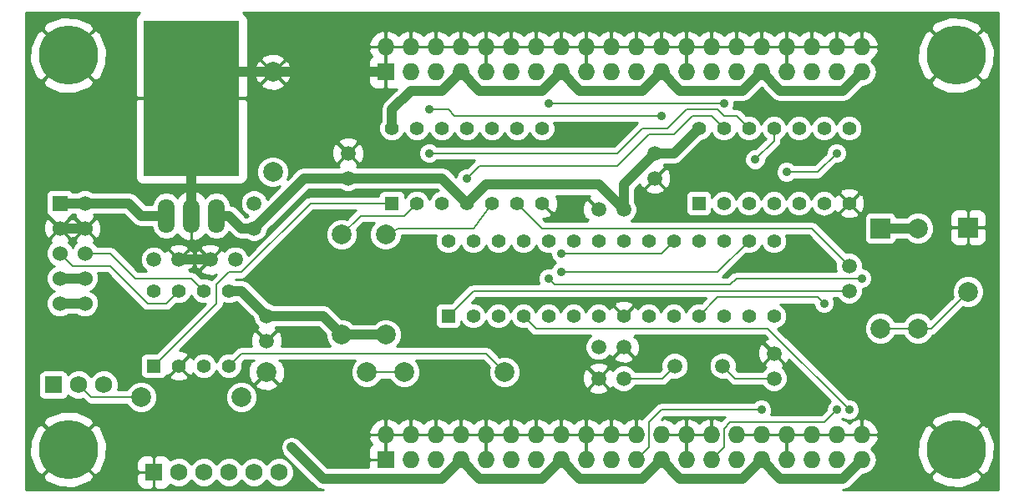
<source format=gbl>
%FSLAX34Y34*%
G04 Gerber Fmt 3.4, Leading zero omitted, Abs format*
G04 (created by PCBNEW (2014-jan-25)-product) date Sun 17 Aug 2014 09:29:08 PM PDT*
%MOIN*%
G01*
G70*
G90*
G04 APERTURE LIST*
%ADD10C,0.003937*%
%ADD11C,0.059100*%
%ADD12C,0.078700*%
%ADD13R,0.078700X0.078700*%
%ADD14C,0.236220*%
%ADD15R,0.068000X0.068000*%
%ADD16C,0.068000*%
%ADD17R,0.060000X0.060000*%
%ADD18C,0.060000*%
%ADD19R,0.055000X0.055000*%
%ADD20C,0.055000*%
%ADD21O,0.066900X0.137800*%
%ADD22R,0.380000X0.620000*%
%ADD23O,0.068000X0.068000*%
%ADD24C,0.035000*%
%ADD25C,0.008000*%
%ADD26C,0.040000*%
%ADD27C,0.010000*%
G04 APERTURE END LIST*
G54D10*
G54D11*
X48750Y-48250D03*
X48750Y-47250D03*
X63500Y-47500D03*
X62500Y-47500D03*
X49250Y-51750D03*
X49250Y-52750D03*
X72500Y-49750D03*
X72500Y-50750D03*
G54D12*
X73750Y-52250D03*
G54D13*
X73750Y-48250D03*
G54D14*
X41338Y-41338D03*
X76771Y-41338D03*
X41338Y-57086D03*
X76771Y-57086D03*
G54D15*
X40750Y-54500D03*
G54D16*
X41750Y-54500D03*
X42750Y-54500D03*
G54D17*
X41000Y-47250D03*
G54D18*
X42000Y-47250D03*
X41000Y-48250D03*
X42000Y-48250D03*
X41000Y-49250D03*
X42000Y-49250D03*
X41000Y-50250D03*
X42000Y-50250D03*
X41000Y-51250D03*
X42000Y-51250D03*
G54D15*
X44750Y-58000D03*
G54D16*
X45750Y-58000D03*
X46750Y-58000D03*
X47750Y-58000D03*
X48750Y-58000D03*
X49750Y-58000D03*
G54D12*
X49500Y-42000D03*
X49500Y-46000D03*
X54750Y-54000D03*
X58750Y-54000D03*
X49250Y-54000D03*
X53250Y-54000D03*
X52250Y-48500D03*
X52250Y-52500D03*
X54000Y-48500D03*
X54000Y-52500D03*
X48250Y-55000D03*
X44250Y-55000D03*
G54D13*
X77250Y-48220D03*
G54D12*
X77250Y-50780D03*
G54D19*
X54250Y-47250D03*
G54D20*
X55250Y-47250D03*
X56250Y-47250D03*
X57250Y-47250D03*
X58250Y-47250D03*
X59250Y-47250D03*
X60250Y-47250D03*
X60250Y-44250D03*
X59250Y-44250D03*
X58250Y-44250D03*
X57250Y-44250D03*
X56250Y-44250D03*
X55250Y-44250D03*
X54250Y-44250D03*
G54D21*
X46250Y-47750D03*
X45250Y-47750D03*
X47250Y-47750D03*
G54D22*
X46250Y-43050D03*
G54D19*
X44750Y-53750D03*
G54D20*
X45750Y-53750D03*
X46750Y-53750D03*
X47750Y-53750D03*
X47750Y-50750D03*
X46750Y-50750D03*
X45750Y-50750D03*
X44750Y-50750D03*
X57500Y-51750D03*
X58500Y-51750D03*
X59500Y-51750D03*
X60500Y-51750D03*
X61500Y-51750D03*
X62500Y-51750D03*
X63500Y-51750D03*
X64500Y-51750D03*
X65500Y-51750D03*
X66500Y-51750D03*
X67500Y-51750D03*
X68500Y-51750D03*
X69500Y-51750D03*
G54D19*
X56500Y-51750D03*
G54D20*
X69500Y-48750D03*
X68500Y-48750D03*
X67500Y-48750D03*
X66500Y-48750D03*
X65500Y-48750D03*
X64500Y-48750D03*
X63500Y-48750D03*
X62500Y-48750D03*
X61500Y-48750D03*
X60500Y-48750D03*
X59500Y-48750D03*
X58500Y-48750D03*
X57500Y-48750D03*
X56500Y-48750D03*
G54D19*
X66500Y-47250D03*
G54D20*
X67500Y-47250D03*
X68500Y-47250D03*
X69500Y-47250D03*
X70500Y-47250D03*
X71500Y-47250D03*
X72500Y-47250D03*
X72500Y-44250D03*
X71500Y-44250D03*
X70500Y-44250D03*
X69500Y-44250D03*
X68500Y-44250D03*
X67500Y-44250D03*
X66500Y-44250D03*
G54D11*
X65539Y-53750D03*
X67461Y-53750D03*
G54D15*
X54000Y-42000D03*
G54D23*
X54000Y-41000D03*
X55000Y-42000D03*
X55000Y-41000D03*
X56000Y-42000D03*
X56000Y-41000D03*
X57000Y-42000D03*
X57000Y-41000D03*
X58000Y-42000D03*
X58000Y-41000D03*
X59000Y-42000D03*
X59000Y-41000D03*
X60000Y-42000D03*
X60000Y-41000D03*
X61000Y-42000D03*
X61000Y-41000D03*
X62000Y-42000D03*
X62000Y-41000D03*
X63000Y-42000D03*
X63000Y-41000D03*
X64000Y-42000D03*
X64000Y-41000D03*
X65000Y-42000D03*
X65000Y-41000D03*
X66000Y-42000D03*
X66000Y-41000D03*
X67000Y-42000D03*
X67000Y-41000D03*
X68000Y-42000D03*
X68000Y-41000D03*
X69000Y-42000D03*
X69000Y-41000D03*
X70000Y-42000D03*
X70000Y-41000D03*
X71000Y-42000D03*
X71000Y-41000D03*
X72000Y-42000D03*
X72000Y-41000D03*
X73000Y-42000D03*
X73000Y-41000D03*
G54D15*
X54000Y-57500D03*
G54D23*
X54000Y-56500D03*
X55000Y-57500D03*
X55000Y-56500D03*
X56000Y-57500D03*
X56000Y-56500D03*
X57000Y-57500D03*
X57000Y-56500D03*
X58000Y-57500D03*
X58000Y-56500D03*
X59000Y-57500D03*
X59000Y-56500D03*
X60000Y-57500D03*
X60000Y-56500D03*
X61000Y-57500D03*
X61000Y-56500D03*
X62000Y-57500D03*
X62000Y-56500D03*
X63000Y-57500D03*
X63000Y-56500D03*
X64000Y-57500D03*
X64000Y-56500D03*
X65000Y-57500D03*
X65000Y-56500D03*
X66000Y-57500D03*
X66000Y-56500D03*
X67000Y-57500D03*
X67000Y-56500D03*
X68000Y-57500D03*
X68000Y-56500D03*
X69000Y-57500D03*
X69000Y-56500D03*
X70000Y-57500D03*
X70000Y-56500D03*
X71000Y-57500D03*
X71000Y-56500D03*
X72000Y-57500D03*
X72000Y-56500D03*
X73000Y-57500D03*
X73000Y-56500D03*
G54D11*
X63500Y-54250D03*
X62500Y-54250D03*
X44750Y-49500D03*
X45750Y-49500D03*
X69500Y-54250D03*
X69500Y-53250D03*
X48000Y-49500D03*
X47000Y-49500D03*
X62500Y-53000D03*
X63500Y-53000D03*
X52500Y-46250D03*
X52500Y-45250D03*
X64750Y-45250D03*
X64750Y-46250D03*
G54D12*
X75250Y-52250D03*
X75250Y-48250D03*
G54D24*
X72500Y-55500D03*
X73000Y-50250D03*
X60500Y-50250D03*
X71500Y-51250D03*
X69000Y-55500D03*
X70000Y-46000D03*
X72000Y-45250D03*
X61000Y-50000D03*
X68750Y-45500D03*
X61000Y-49250D03*
X72500Y-53000D03*
X70500Y-51750D03*
X70250Y-49750D03*
X68750Y-49750D03*
X50250Y-57000D03*
X55750Y-43500D03*
X65000Y-43750D03*
X60500Y-43250D03*
X67500Y-43250D03*
X55750Y-45250D03*
X57250Y-46250D03*
X72000Y-55500D03*
G54D25*
X60000Y-52250D02*
X69250Y-52250D01*
X69250Y-52250D02*
X72500Y-55500D01*
X59500Y-51750D02*
X60000Y-52250D01*
X73000Y-50250D02*
X68000Y-50250D01*
X68000Y-50250D02*
X67750Y-50500D01*
X67750Y-50500D02*
X60750Y-50500D01*
X60750Y-50500D02*
X60500Y-50250D01*
X71500Y-47500D02*
X71500Y-47250D01*
X67250Y-51000D02*
X71250Y-51000D01*
X71250Y-51000D02*
X71500Y-51250D01*
X66500Y-51750D02*
X67250Y-51000D01*
X69000Y-55500D02*
X65000Y-55500D01*
X65000Y-55500D02*
X64500Y-56000D01*
X64500Y-56000D02*
X64500Y-57000D01*
X64500Y-57000D02*
X64000Y-57500D01*
X70000Y-46000D02*
X71250Y-46000D01*
X71250Y-46000D02*
X72000Y-45250D01*
X61000Y-50000D02*
X67250Y-50000D01*
X67250Y-50000D02*
X68500Y-48750D01*
X68750Y-45500D02*
X69500Y-44750D01*
X69500Y-44750D02*
X69500Y-44250D01*
X65000Y-49250D02*
X61000Y-49250D01*
X65500Y-48750D02*
X65000Y-49250D01*
G54D26*
X42000Y-48250D02*
X41000Y-48250D01*
G54D25*
X76771Y-57086D02*
X76108Y-57750D01*
G54D26*
X47100Y-42000D02*
X46250Y-41150D01*
X49500Y-42000D02*
X47100Y-42000D01*
X46250Y-47750D02*
X46250Y-41150D01*
X54000Y-42000D02*
X49500Y-42000D01*
X47000Y-49500D02*
X45750Y-49500D01*
X72500Y-53000D02*
X71250Y-51750D01*
X71250Y-51750D02*
X70500Y-51750D01*
X70250Y-49750D02*
X68750Y-49750D01*
G54D25*
X65000Y-57500D02*
X64750Y-57500D01*
G54D26*
X48250Y-50750D02*
X47750Y-50750D01*
X49250Y-51750D02*
X48250Y-50750D01*
X48250Y-48250D02*
X48750Y-48250D01*
X47750Y-47750D02*
X48250Y-48250D01*
X47250Y-47750D02*
X47750Y-47750D01*
X72250Y-42750D02*
X69750Y-42750D01*
X69750Y-42750D02*
X69000Y-42000D01*
X73000Y-42000D02*
X72250Y-42750D01*
X68250Y-42750D02*
X65750Y-42750D01*
X65750Y-42750D02*
X65000Y-42000D01*
X69000Y-42000D02*
X68250Y-42750D01*
X64250Y-42750D02*
X61750Y-42750D01*
X61750Y-42750D02*
X61000Y-42000D01*
X65000Y-42000D02*
X64250Y-42750D01*
X60250Y-42750D02*
X57750Y-42750D01*
X57750Y-42750D02*
X57000Y-42000D01*
X61000Y-42000D02*
X60250Y-42750D01*
X56250Y-42750D02*
X55000Y-42750D01*
X55000Y-42750D02*
X54250Y-43500D01*
X54250Y-43500D02*
X54250Y-44250D01*
X57000Y-42000D02*
X56250Y-42750D01*
X50750Y-46250D02*
X52500Y-46250D01*
X48750Y-48250D02*
X50750Y-46250D01*
X56250Y-46250D02*
X57250Y-47250D01*
X52500Y-46250D02*
X56250Y-46250D01*
X62500Y-46500D02*
X58000Y-46500D01*
X58000Y-46500D02*
X57250Y-47250D01*
X63500Y-47500D02*
X62500Y-46500D01*
X75250Y-48250D02*
X73750Y-48250D01*
X72250Y-58250D02*
X69750Y-58250D01*
X69750Y-58250D02*
X69000Y-57500D01*
X73000Y-57500D02*
X72250Y-58250D01*
X68250Y-58250D02*
X65750Y-58250D01*
X65750Y-58250D02*
X65000Y-57500D01*
X69000Y-57500D02*
X68250Y-58250D01*
X64250Y-58250D02*
X61750Y-58250D01*
X61750Y-58250D02*
X61000Y-57500D01*
X65000Y-57500D02*
X64250Y-58250D01*
X60250Y-58250D02*
X57750Y-58250D01*
X57750Y-58250D02*
X57000Y-57500D01*
X61000Y-57500D02*
X60250Y-58250D01*
X56250Y-58250D02*
X51500Y-58250D01*
X57000Y-57500D02*
X56250Y-58250D01*
X54000Y-52500D02*
X52250Y-52500D01*
X51500Y-51750D02*
X49250Y-51750D01*
X52250Y-52500D02*
X51500Y-51750D01*
X51500Y-58250D02*
X50250Y-57000D01*
X65500Y-45250D02*
X66500Y-44250D01*
X64750Y-45250D02*
X65500Y-45250D01*
X63500Y-46500D02*
X63500Y-47500D01*
X64750Y-45250D02*
X63500Y-46500D01*
G54D25*
X71000Y-48250D02*
X60250Y-48250D01*
X60250Y-48250D02*
X59250Y-47250D01*
X72500Y-49750D02*
X71000Y-48250D01*
X57500Y-50750D02*
X72500Y-50750D01*
X56500Y-51750D02*
X57500Y-50750D01*
X73750Y-52250D02*
X75250Y-52250D01*
X75780Y-52250D02*
X77250Y-50780D01*
X75250Y-52250D02*
X75780Y-52250D01*
X41500Y-49750D02*
X43000Y-49750D01*
X43000Y-49750D02*
X44500Y-51250D01*
X44500Y-51250D02*
X45250Y-51250D01*
X45250Y-51250D02*
X45750Y-50750D01*
X41000Y-49250D02*
X41500Y-49750D01*
X53000Y-47750D02*
X54750Y-47750D01*
X54750Y-47750D02*
X55250Y-47250D01*
X52250Y-48500D02*
X53000Y-47750D01*
X53250Y-54000D02*
X54750Y-54000D01*
X54500Y-48250D02*
X57500Y-48250D01*
X57500Y-48250D02*
X58250Y-47250D01*
X54000Y-48500D02*
X54500Y-48250D01*
X48250Y-53250D02*
X58000Y-53250D01*
X58000Y-53250D02*
X58750Y-54000D01*
X47750Y-53750D02*
X48250Y-53250D01*
G54D26*
X42000Y-47250D02*
X41000Y-47250D01*
X44250Y-47750D02*
X43750Y-47250D01*
X43750Y-47250D02*
X42000Y-47250D01*
X45250Y-47750D02*
X44250Y-47750D01*
G54D25*
X65039Y-54250D02*
X65539Y-53750D01*
X63500Y-54250D02*
X65039Y-54250D01*
X67961Y-54250D02*
X67461Y-53750D01*
X69500Y-54250D02*
X67961Y-54250D01*
X46250Y-50250D02*
X44000Y-50250D01*
X44000Y-50250D02*
X43000Y-49250D01*
X43000Y-49250D02*
X42000Y-49250D01*
X46750Y-50750D02*
X46250Y-50250D01*
X42250Y-55000D02*
X41750Y-54500D01*
X44250Y-55000D02*
X42250Y-55000D01*
G54D26*
X42000Y-50250D02*
X41000Y-50250D01*
X42000Y-51250D02*
X41000Y-51250D01*
G54D25*
X65000Y-43750D02*
X56750Y-43750D01*
X56750Y-43750D02*
X56500Y-43500D01*
X56500Y-43500D02*
X55750Y-43500D01*
X67500Y-43250D02*
X60500Y-43250D01*
X68000Y-43750D02*
X67500Y-43750D01*
X65250Y-44250D02*
X64250Y-44250D01*
X64250Y-44250D02*
X63250Y-45250D01*
X63250Y-45250D02*
X55750Y-45250D01*
X68500Y-44250D02*
X68000Y-43750D01*
X67250Y-43500D02*
X66000Y-43500D01*
X66000Y-43500D02*
X65250Y-44250D01*
X67500Y-43750D02*
X67250Y-43500D01*
X63250Y-45750D02*
X57750Y-45750D01*
X57750Y-45750D02*
X57250Y-46250D01*
X67000Y-43750D02*
X66250Y-43750D01*
X66250Y-43750D02*
X65500Y-44500D01*
X65500Y-44500D02*
X64500Y-44500D01*
X64500Y-44500D02*
X63250Y-45750D01*
X67500Y-44250D02*
X67000Y-43750D01*
X67500Y-57000D02*
X67500Y-56250D01*
X67500Y-56250D02*
X67750Y-56000D01*
X67750Y-56000D02*
X71500Y-56000D01*
X71500Y-56000D02*
X72000Y-55500D01*
X67000Y-57500D02*
X67500Y-57000D01*
X51000Y-47250D02*
X48250Y-50000D01*
X47250Y-50500D02*
X47250Y-51250D01*
X47250Y-51250D02*
X44750Y-53750D01*
X54250Y-47250D02*
X51000Y-47250D01*
X48250Y-50000D02*
X47750Y-50000D01*
X47750Y-50000D02*
X47250Y-50500D01*
G54D27*
G36*
X44769Y-50755D02*
X44755Y-50769D01*
X44750Y-50764D01*
X44744Y-50769D01*
X44730Y-50755D01*
X44735Y-50750D01*
X44730Y-50744D01*
X44744Y-50730D01*
X44750Y-50735D01*
X44755Y-50730D01*
X44769Y-50744D01*
X44764Y-50750D01*
X44769Y-50755D01*
X44769Y-50755D01*
G37*
X44769Y-50755D02*
X44755Y-50769D01*
X44750Y-50764D01*
X44744Y-50769D01*
X44730Y-50755D01*
X44735Y-50750D01*
X44730Y-50744D01*
X44744Y-50730D01*
X44750Y-50735D01*
X44755Y-50730D01*
X44769Y-50744D01*
X44764Y-50750D01*
X44769Y-50755D01*
G36*
X62519Y-47505D02*
X62505Y-47519D01*
X62500Y-47514D01*
X62494Y-47519D01*
X62485Y-47511D01*
X62480Y-47505D01*
X62485Y-47500D01*
X62089Y-47103D01*
X61961Y-47121D01*
X61857Y-47356D01*
X61851Y-47612D01*
X61944Y-47852D01*
X61961Y-47878D01*
X62089Y-47896D01*
X62028Y-47957D01*
X62030Y-47960D01*
X60370Y-47960D01*
X60286Y-47876D01*
X60359Y-47877D01*
X60591Y-47788D01*
X60616Y-47771D01*
X60631Y-47645D01*
X60250Y-47264D01*
X60244Y-47269D01*
X60230Y-47255D01*
X60235Y-47250D01*
X60230Y-47244D01*
X60244Y-47230D01*
X60250Y-47235D01*
X60255Y-47230D01*
X60269Y-47244D01*
X60264Y-47250D01*
X60645Y-47631D01*
X60771Y-47616D01*
X60871Y-47389D01*
X60877Y-47140D01*
X60804Y-46950D01*
X62138Y-46950D01*
X62121Y-46961D01*
X62103Y-47089D01*
X62500Y-47485D01*
X62505Y-47480D01*
X62519Y-47494D01*
X62514Y-47500D01*
X62519Y-47505D01*
X62519Y-47505D01*
G37*
X62519Y-47505D02*
X62505Y-47519D01*
X62500Y-47514D01*
X62494Y-47519D01*
X62485Y-47511D01*
X62480Y-47505D01*
X62485Y-47500D01*
X62089Y-47103D01*
X61961Y-47121D01*
X61857Y-47356D01*
X61851Y-47612D01*
X61944Y-47852D01*
X61961Y-47878D01*
X62089Y-47896D01*
X62028Y-47957D01*
X62030Y-47960D01*
X60370Y-47960D01*
X60286Y-47876D01*
X60359Y-47877D01*
X60591Y-47788D01*
X60616Y-47771D01*
X60631Y-47645D01*
X60250Y-47264D01*
X60244Y-47269D01*
X60230Y-47255D01*
X60235Y-47250D01*
X60230Y-47244D01*
X60244Y-47230D01*
X60250Y-47235D01*
X60255Y-47230D01*
X60269Y-47244D01*
X60264Y-47250D01*
X60645Y-47631D01*
X60771Y-47616D01*
X60871Y-47389D01*
X60877Y-47140D01*
X60804Y-46950D01*
X62138Y-46950D01*
X62121Y-46961D01*
X62103Y-47089D01*
X62500Y-47485D01*
X62505Y-47480D01*
X62519Y-47494D01*
X62514Y-47500D01*
X62519Y-47505D01*
G36*
X62519Y-48755D02*
X62505Y-48769D01*
X62500Y-48764D01*
X62494Y-48769D01*
X62480Y-48755D01*
X62485Y-48750D01*
X62480Y-48744D01*
X62494Y-48730D01*
X62500Y-48735D01*
X62505Y-48730D01*
X62519Y-48744D01*
X62514Y-48750D01*
X62519Y-48755D01*
X62519Y-48755D01*
G37*
X62519Y-48755D02*
X62505Y-48769D01*
X62500Y-48764D01*
X62494Y-48769D01*
X62480Y-48755D01*
X62485Y-48750D01*
X62480Y-48744D01*
X62494Y-48730D01*
X62500Y-48735D01*
X62505Y-48730D01*
X62519Y-48744D01*
X62514Y-48750D01*
X62519Y-48755D01*
G36*
X66799Y-51040D02*
X66611Y-51227D01*
X66604Y-51225D01*
X66396Y-51224D01*
X66203Y-51304D01*
X66055Y-51452D01*
X65999Y-51585D01*
X65945Y-51453D01*
X65797Y-51305D01*
X65604Y-51225D01*
X65396Y-51224D01*
X65203Y-51304D01*
X65055Y-51452D01*
X64999Y-51585D01*
X64945Y-51453D01*
X64797Y-51305D01*
X64604Y-51225D01*
X64396Y-51224D01*
X64203Y-51304D01*
X64055Y-51452D01*
X64055Y-51452D01*
X64038Y-51408D01*
X64021Y-51383D01*
X63895Y-51368D01*
X63881Y-51382D01*
X63881Y-51354D01*
X63866Y-51228D01*
X63639Y-51128D01*
X63390Y-51122D01*
X63158Y-51211D01*
X63133Y-51228D01*
X63118Y-51354D01*
X63500Y-51735D01*
X63881Y-51354D01*
X63881Y-51382D01*
X63514Y-51750D01*
X63519Y-51755D01*
X63505Y-51769D01*
X63500Y-51764D01*
X63494Y-51769D01*
X63480Y-51755D01*
X63485Y-51750D01*
X63104Y-51368D01*
X62978Y-51383D01*
X62946Y-51456D01*
X62945Y-51453D01*
X62797Y-51305D01*
X62604Y-51225D01*
X62396Y-51224D01*
X62203Y-51304D01*
X62055Y-51452D01*
X61999Y-51585D01*
X61945Y-51453D01*
X61797Y-51305D01*
X61604Y-51225D01*
X61396Y-51224D01*
X61203Y-51304D01*
X61055Y-51452D01*
X60999Y-51585D01*
X60945Y-51453D01*
X60797Y-51305D01*
X60604Y-51225D01*
X60396Y-51224D01*
X60203Y-51304D01*
X60055Y-51452D01*
X59999Y-51585D01*
X59945Y-51453D01*
X59797Y-51305D01*
X59604Y-51225D01*
X59396Y-51224D01*
X59203Y-51304D01*
X59055Y-51452D01*
X58999Y-51585D01*
X58945Y-51453D01*
X58797Y-51305D01*
X58604Y-51225D01*
X58396Y-51224D01*
X58203Y-51304D01*
X58055Y-51452D01*
X57999Y-51585D01*
X57945Y-51453D01*
X57797Y-51305D01*
X57604Y-51225D01*
X57435Y-51224D01*
X57620Y-51040D01*
X66799Y-51040D01*
X66799Y-51040D01*
G37*
X66799Y-51040D02*
X66611Y-51227D01*
X66604Y-51225D01*
X66396Y-51224D01*
X66203Y-51304D01*
X66055Y-51452D01*
X65999Y-51585D01*
X65945Y-51453D01*
X65797Y-51305D01*
X65604Y-51225D01*
X65396Y-51224D01*
X65203Y-51304D01*
X65055Y-51452D01*
X64999Y-51585D01*
X64945Y-51453D01*
X64797Y-51305D01*
X64604Y-51225D01*
X64396Y-51224D01*
X64203Y-51304D01*
X64055Y-51452D01*
X64055Y-51452D01*
X64038Y-51408D01*
X64021Y-51383D01*
X63895Y-51368D01*
X63881Y-51382D01*
X63881Y-51354D01*
X63866Y-51228D01*
X63639Y-51128D01*
X63390Y-51122D01*
X63158Y-51211D01*
X63133Y-51228D01*
X63118Y-51354D01*
X63500Y-51735D01*
X63881Y-51354D01*
X63881Y-51382D01*
X63514Y-51750D01*
X63519Y-51755D01*
X63505Y-51769D01*
X63500Y-51764D01*
X63494Y-51769D01*
X63480Y-51755D01*
X63485Y-51750D01*
X63104Y-51368D01*
X62978Y-51383D01*
X62946Y-51456D01*
X62945Y-51453D01*
X62797Y-51305D01*
X62604Y-51225D01*
X62396Y-51224D01*
X62203Y-51304D01*
X62055Y-51452D01*
X61999Y-51585D01*
X61945Y-51453D01*
X61797Y-51305D01*
X61604Y-51225D01*
X61396Y-51224D01*
X61203Y-51304D01*
X61055Y-51452D01*
X60999Y-51585D01*
X60945Y-51453D01*
X60797Y-51305D01*
X60604Y-51225D01*
X60396Y-51224D01*
X60203Y-51304D01*
X60055Y-51452D01*
X59999Y-51585D01*
X59945Y-51453D01*
X59797Y-51305D01*
X59604Y-51225D01*
X59396Y-51224D01*
X59203Y-51304D01*
X59055Y-51452D01*
X58999Y-51585D01*
X58945Y-51453D01*
X58797Y-51305D01*
X58604Y-51225D01*
X58396Y-51224D01*
X58203Y-51304D01*
X58055Y-51452D01*
X57999Y-51585D01*
X57945Y-51453D01*
X57797Y-51305D01*
X57604Y-51225D01*
X57435Y-51224D01*
X57620Y-51040D01*
X66799Y-51040D01*
G36*
X67552Y-55790D02*
X67544Y-55794D01*
X67396Y-55943D01*
X67369Y-55916D01*
X67117Y-55820D01*
X67010Y-55897D01*
X67010Y-56490D01*
X67017Y-56490D01*
X67017Y-56510D01*
X67010Y-56510D01*
X67010Y-56517D01*
X66990Y-56517D01*
X66990Y-56510D01*
X66990Y-56490D01*
X66990Y-55897D01*
X66882Y-55820D01*
X66630Y-55916D01*
X66500Y-56041D01*
X66369Y-55916D01*
X66117Y-55820D01*
X66010Y-55897D01*
X66010Y-56490D01*
X66397Y-56490D01*
X66602Y-56490D01*
X66990Y-56490D01*
X66990Y-56510D01*
X66602Y-56510D01*
X66397Y-56510D01*
X66010Y-56510D01*
X66010Y-56897D01*
X66010Y-57102D01*
X66010Y-57490D01*
X66017Y-57490D01*
X66017Y-57510D01*
X66010Y-57510D01*
X66010Y-57517D01*
X65990Y-57517D01*
X65990Y-57510D01*
X65982Y-57510D01*
X65982Y-57490D01*
X65990Y-57490D01*
X65990Y-57102D01*
X65990Y-56897D01*
X65990Y-56510D01*
X65602Y-56510D01*
X65397Y-56510D01*
X65010Y-56510D01*
X65010Y-56517D01*
X64990Y-56517D01*
X64990Y-56510D01*
X64982Y-56510D01*
X64982Y-56490D01*
X64990Y-56490D01*
X64990Y-56482D01*
X65010Y-56482D01*
X65010Y-56490D01*
X65397Y-56490D01*
X65602Y-56490D01*
X65990Y-56490D01*
X65990Y-55897D01*
X65882Y-55820D01*
X65630Y-55916D01*
X65500Y-56041D01*
X65369Y-55916D01*
X65117Y-55820D01*
X65019Y-55891D01*
X65120Y-55790D01*
X67552Y-55790D01*
X67552Y-55790D01*
G37*
X67552Y-55790D02*
X67544Y-55794D01*
X67396Y-55943D01*
X67369Y-55916D01*
X67117Y-55820D01*
X67010Y-55897D01*
X67010Y-56490D01*
X67017Y-56490D01*
X67017Y-56510D01*
X67010Y-56510D01*
X67010Y-56517D01*
X66990Y-56517D01*
X66990Y-56510D01*
X66990Y-56490D01*
X66990Y-55897D01*
X66882Y-55820D01*
X66630Y-55916D01*
X66500Y-56041D01*
X66369Y-55916D01*
X66117Y-55820D01*
X66010Y-55897D01*
X66010Y-56490D01*
X66397Y-56490D01*
X66602Y-56490D01*
X66990Y-56490D01*
X66990Y-56510D01*
X66602Y-56510D01*
X66397Y-56510D01*
X66010Y-56510D01*
X66010Y-56897D01*
X66010Y-57102D01*
X66010Y-57490D01*
X66017Y-57490D01*
X66017Y-57510D01*
X66010Y-57510D01*
X66010Y-57517D01*
X65990Y-57517D01*
X65990Y-57510D01*
X65982Y-57510D01*
X65982Y-57490D01*
X65990Y-57490D01*
X65990Y-57102D01*
X65990Y-56897D01*
X65990Y-56510D01*
X65602Y-56510D01*
X65397Y-56510D01*
X65010Y-56510D01*
X65010Y-56517D01*
X64990Y-56517D01*
X64990Y-56510D01*
X64982Y-56510D01*
X64982Y-56490D01*
X64990Y-56490D01*
X64990Y-56482D01*
X65010Y-56482D01*
X65010Y-56490D01*
X65397Y-56490D01*
X65602Y-56490D01*
X65990Y-56490D01*
X65990Y-55897D01*
X65882Y-55820D01*
X65630Y-55916D01*
X65500Y-56041D01*
X65369Y-55916D01*
X65117Y-55820D01*
X65019Y-55891D01*
X65120Y-55790D01*
X67552Y-55790D01*
G36*
X71996Y-49960D02*
X68000Y-49960D01*
X67889Y-49982D01*
X67794Y-50044D01*
X67629Y-50210D01*
X67447Y-50210D01*
X67455Y-50205D01*
X68388Y-49272D01*
X68395Y-49274D01*
X68603Y-49275D01*
X68797Y-49195D01*
X68944Y-49047D01*
X69000Y-48914D01*
X69054Y-49047D01*
X69202Y-49194D01*
X69395Y-49274D01*
X69603Y-49275D01*
X69797Y-49195D01*
X69944Y-49047D01*
X70024Y-48854D01*
X70025Y-48646D01*
X69981Y-48540D01*
X70879Y-48540D01*
X71962Y-49622D01*
X71954Y-49641D01*
X71954Y-49858D01*
X71996Y-49960D01*
X71996Y-49960D01*
G37*
X71996Y-49960D02*
X68000Y-49960D01*
X67889Y-49982D01*
X67794Y-50044D01*
X67629Y-50210D01*
X67447Y-50210D01*
X67455Y-50205D01*
X68388Y-49272D01*
X68395Y-49274D01*
X68603Y-49275D01*
X68797Y-49195D01*
X68944Y-49047D01*
X69000Y-48914D01*
X69054Y-49047D01*
X69202Y-49194D01*
X69395Y-49274D01*
X69603Y-49275D01*
X69797Y-49195D01*
X69944Y-49047D01*
X70024Y-48854D01*
X70025Y-48646D01*
X69981Y-48540D01*
X70879Y-48540D01*
X71962Y-49622D01*
X71954Y-49641D01*
X71954Y-49858D01*
X71996Y-49960D01*
G36*
X78450Y-58700D02*
X78311Y-58700D01*
X78311Y-56832D01*
X78311Y-41084D01*
X78097Y-40514D01*
X78040Y-40429D01*
X77820Y-40303D01*
X77806Y-40317D01*
X77806Y-40289D01*
X77681Y-40069D01*
X77126Y-39818D01*
X76517Y-39798D01*
X75947Y-40012D01*
X75862Y-40069D01*
X75736Y-40289D01*
X76771Y-41324D01*
X77806Y-40289D01*
X77806Y-40317D01*
X76785Y-41338D01*
X77820Y-42373D01*
X78040Y-42248D01*
X78291Y-41693D01*
X78311Y-41084D01*
X78311Y-56832D01*
X78097Y-56262D01*
X78040Y-56177D01*
X77993Y-56150D01*
X77993Y-48683D01*
X77993Y-48317D01*
X77993Y-48122D01*
X77993Y-47756D01*
X77940Y-47628D01*
X77841Y-47529D01*
X77806Y-47515D01*
X77806Y-42387D01*
X76771Y-41352D01*
X76757Y-41366D01*
X76757Y-41338D01*
X75722Y-40303D01*
X75502Y-40429D01*
X75251Y-40983D01*
X75231Y-41592D01*
X75445Y-42162D01*
X75502Y-42248D01*
X75722Y-42373D01*
X76757Y-41338D01*
X76757Y-41366D01*
X75736Y-42387D01*
X75862Y-42607D01*
X76416Y-42858D01*
X77025Y-42878D01*
X77595Y-42664D01*
X77681Y-42607D01*
X77806Y-42387D01*
X77806Y-47515D01*
X77713Y-47476D01*
X77573Y-47476D01*
X77347Y-47476D01*
X77260Y-47564D01*
X77260Y-48210D01*
X77906Y-48210D01*
X77993Y-48122D01*
X77993Y-48317D01*
X77906Y-48230D01*
X77260Y-48230D01*
X77260Y-48876D01*
X77347Y-48963D01*
X77573Y-48963D01*
X77713Y-48963D01*
X77841Y-48910D01*
X77940Y-48811D01*
X77993Y-48683D01*
X77993Y-56150D01*
X77893Y-56093D01*
X77893Y-50652D01*
X77795Y-50415D01*
X77614Y-50234D01*
X77378Y-50136D01*
X77240Y-50136D01*
X77240Y-48876D01*
X77240Y-48230D01*
X77240Y-48210D01*
X77240Y-47564D01*
X77152Y-47476D01*
X76926Y-47476D01*
X76786Y-47476D01*
X76658Y-47529D01*
X76559Y-47628D01*
X76506Y-47756D01*
X76506Y-48122D01*
X76594Y-48210D01*
X77240Y-48210D01*
X77240Y-48230D01*
X76594Y-48230D01*
X76506Y-48317D01*
X76506Y-48683D01*
X76559Y-48811D01*
X76658Y-48910D01*
X76786Y-48963D01*
X76926Y-48963D01*
X77152Y-48963D01*
X77240Y-48876D01*
X77240Y-50136D01*
X77122Y-50136D01*
X76885Y-50234D01*
X76704Y-50415D01*
X76606Y-50651D01*
X76606Y-50907D01*
X76637Y-50982D01*
X75893Y-51726D01*
X75893Y-48122D01*
X75795Y-47885D01*
X75614Y-47704D01*
X75378Y-47606D01*
X75122Y-47606D01*
X74885Y-47704D01*
X74789Y-47800D01*
X74390Y-47800D01*
X74355Y-47714D01*
X74285Y-47644D01*
X74193Y-47606D01*
X74093Y-47606D01*
X73306Y-47606D01*
X73214Y-47644D01*
X73144Y-47714D01*
X73127Y-47755D01*
X73127Y-47140D01*
X73038Y-46908D01*
X73021Y-46883D01*
X72895Y-46868D01*
X72881Y-46882D01*
X72881Y-46854D01*
X72866Y-46728D01*
X72639Y-46628D01*
X72425Y-46623D01*
X72425Y-45165D01*
X72360Y-45009D01*
X72241Y-44889D01*
X72084Y-44825D01*
X71915Y-44824D01*
X71759Y-44889D01*
X71639Y-45008D01*
X71575Y-45165D01*
X71574Y-45264D01*
X71129Y-45710D01*
X70311Y-45710D01*
X70241Y-45639D01*
X70084Y-45575D01*
X69915Y-45574D01*
X69759Y-45639D01*
X69639Y-45758D01*
X69575Y-45915D01*
X69574Y-46084D01*
X69639Y-46240D01*
X69758Y-46360D01*
X69915Y-46424D01*
X70084Y-46425D01*
X70240Y-46360D01*
X70311Y-46290D01*
X71250Y-46290D01*
X71360Y-46267D01*
X71455Y-46205D01*
X71985Y-45674D01*
X72084Y-45675D01*
X72240Y-45610D01*
X72360Y-45491D01*
X72424Y-45334D01*
X72425Y-45165D01*
X72425Y-46623D01*
X72390Y-46622D01*
X72158Y-46711D01*
X72133Y-46728D01*
X72118Y-46854D01*
X72500Y-47235D01*
X72881Y-46854D01*
X72881Y-46882D01*
X72514Y-47250D01*
X72895Y-47631D01*
X73021Y-47616D01*
X73121Y-47389D01*
X73127Y-47140D01*
X73127Y-47755D01*
X73106Y-47806D01*
X73106Y-47906D01*
X73106Y-48693D01*
X73144Y-48785D01*
X73214Y-48855D01*
X73306Y-48893D01*
X73406Y-48893D01*
X74193Y-48893D01*
X74285Y-48855D01*
X74355Y-48785D01*
X74390Y-48700D01*
X74789Y-48700D01*
X74885Y-48795D01*
X75121Y-48893D01*
X75377Y-48893D01*
X75614Y-48795D01*
X75795Y-48614D01*
X75893Y-48378D01*
X75893Y-48122D01*
X75893Y-51726D01*
X75764Y-51854D01*
X75614Y-51704D01*
X75378Y-51606D01*
X75122Y-51606D01*
X74885Y-51704D01*
X74704Y-51885D01*
X74673Y-51960D01*
X74326Y-51960D01*
X74295Y-51885D01*
X74114Y-51704D01*
X73878Y-51606D01*
X73622Y-51606D01*
X73385Y-51704D01*
X73204Y-51885D01*
X73106Y-52121D01*
X73106Y-52377D01*
X73204Y-52614D01*
X73385Y-52795D01*
X73621Y-52893D01*
X73877Y-52893D01*
X74114Y-52795D01*
X74295Y-52614D01*
X74326Y-52540D01*
X74673Y-52540D01*
X74704Y-52614D01*
X74885Y-52795D01*
X75121Y-52893D01*
X75377Y-52893D01*
X75614Y-52795D01*
X75795Y-52614D01*
X75830Y-52529D01*
X75890Y-52517D01*
X75985Y-52455D01*
X77047Y-51392D01*
X77121Y-51423D01*
X77377Y-51423D01*
X77614Y-51325D01*
X77795Y-51144D01*
X77893Y-50908D01*
X77893Y-50652D01*
X77893Y-56093D01*
X77820Y-56051D01*
X77806Y-56065D01*
X77806Y-56037D01*
X77681Y-55817D01*
X77126Y-55566D01*
X76517Y-55546D01*
X75947Y-55760D01*
X75862Y-55817D01*
X75736Y-56037D01*
X76771Y-57072D01*
X77806Y-56037D01*
X77806Y-56065D01*
X76785Y-57086D01*
X77820Y-58121D01*
X78040Y-57996D01*
X78291Y-57441D01*
X78311Y-56832D01*
X78311Y-58700D01*
X77806Y-58700D01*
X77806Y-58135D01*
X76771Y-57100D01*
X76757Y-57114D01*
X76757Y-57086D01*
X75722Y-56051D01*
X75502Y-56177D01*
X75251Y-56731D01*
X75231Y-57340D01*
X75445Y-57910D01*
X75502Y-57996D01*
X75722Y-58121D01*
X76757Y-57086D01*
X76757Y-57114D01*
X75736Y-58135D01*
X75862Y-58355D01*
X76416Y-58606D01*
X77025Y-58626D01*
X77595Y-58412D01*
X77681Y-58355D01*
X77806Y-58135D01*
X77806Y-58700D01*
X72250Y-58700D01*
X72422Y-58665D01*
X72568Y-58568D01*
X73055Y-58081D01*
X73237Y-58045D01*
X73428Y-57917D01*
X73556Y-57725D01*
X73601Y-57500D01*
X73556Y-57274D01*
X73428Y-57082D01*
X73393Y-57059D01*
X73564Y-56897D01*
X73673Y-56651D01*
X73679Y-56617D01*
X73679Y-56382D01*
X73673Y-56348D01*
X73564Y-56102D01*
X73369Y-55916D01*
X73117Y-55820D01*
X73010Y-55897D01*
X73010Y-56490D01*
X73602Y-56490D01*
X73679Y-56382D01*
X73679Y-56617D01*
X73602Y-56510D01*
X73010Y-56510D01*
X73010Y-56517D01*
X72990Y-56517D01*
X72990Y-56510D01*
X72602Y-56510D01*
X72397Y-56510D01*
X72010Y-56510D01*
X72010Y-56517D01*
X71990Y-56517D01*
X71990Y-56510D01*
X71602Y-56510D01*
X71397Y-56510D01*
X71010Y-56510D01*
X71010Y-56517D01*
X70990Y-56517D01*
X70990Y-56510D01*
X70602Y-56510D01*
X70397Y-56510D01*
X70010Y-56510D01*
X70010Y-56897D01*
X70010Y-57102D01*
X70010Y-57490D01*
X70017Y-57490D01*
X70017Y-57510D01*
X70010Y-57510D01*
X70010Y-57517D01*
X69990Y-57517D01*
X69990Y-57510D01*
X69982Y-57510D01*
X69982Y-57490D01*
X69990Y-57490D01*
X69990Y-57102D01*
X69990Y-56897D01*
X69990Y-56510D01*
X69602Y-56510D01*
X69397Y-56510D01*
X69010Y-56510D01*
X69010Y-56517D01*
X68990Y-56517D01*
X68990Y-56510D01*
X68602Y-56510D01*
X68397Y-56510D01*
X68010Y-56510D01*
X68010Y-56517D01*
X67990Y-56517D01*
X67990Y-56510D01*
X67982Y-56510D01*
X67982Y-56490D01*
X67990Y-56490D01*
X67990Y-56482D01*
X68010Y-56482D01*
X68010Y-56490D01*
X68397Y-56490D01*
X68602Y-56490D01*
X68990Y-56490D01*
X68990Y-56482D01*
X69010Y-56482D01*
X69010Y-56490D01*
X69397Y-56490D01*
X69602Y-56490D01*
X69990Y-56490D01*
X69990Y-56482D01*
X70010Y-56482D01*
X70010Y-56490D01*
X70397Y-56490D01*
X70602Y-56490D01*
X70990Y-56490D01*
X70990Y-56482D01*
X71010Y-56482D01*
X71010Y-56490D01*
X71397Y-56490D01*
X71602Y-56490D01*
X71990Y-56490D01*
X71990Y-56482D01*
X72010Y-56482D01*
X72010Y-56490D01*
X72397Y-56490D01*
X72602Y-56490D01*
X72990Y-56490D01*
X72990Y-55897D01*
X72882Y-55820D01*
X72630Y-55916D01*
X72500Y-56041D01*
X72369Y-55916D01*
X72231Y-55864D01*
X72240Y-55860D01*
X72249Y-55851D01*
X72258Y-55860D01*
X72415Y-55924D01*
X72584Y-55925D01*
X72740Y-55860D01*
X72860Y-55741D01*
X72924Y-55584D01*
X72925Y-55415D01*
X72860Y-55259D01*
X72741Y-55139D01*
X72584Y-55075D01*
X72485Y-55074D01*
X69661Y-52251D01*
X69797Y-52195D01*
X69944Y-52047D01*
X70024Y-51854D01*
X70025Y-51646D01*
X69945Y-51453D01*
X69797Y-51305D01*
X69761Y-51290D01*
X71074Y-51290D01*
X71074Y-51334D01*
X71139Y-51490D01*
X71258Y-51610D01*
X71415Y-51674D01*
X71584Y-51675D01*
X71740Y-51610D01*
X71860Y-51491D01*
X71924Y-51334D01*
X71925Y-51165D01*
X71873Y-51040D01*
X72029Y-51040D01*
X72037Y-51058D01*
X72190Y-51212D01*
X72391Y-51295D01*
X72608Y-51295D01*
X72808Y-51212D01*
X72962Y-51059D01*
X73045Y-50858D01*
X73045Y-50675D01*
X73084Y-50675D01*
X73240Y-50610D01*
X73360Y-50491D01*
X73424Y-50334D01*
X73425Y-50165D01*
X73360Y-50009D01*
X73241Y-49889D01*
X73084Y-49825D01*
X73045Y-49825D01*
X73045Y-49641D01*
X72962Y-49441D01*
X72881Y-49360D01*
X72881Y-47645D01*
X72500Y-47264D01*
X72485Y-47278D01*
X72485Y-47250D01*
X72104Y-46868D01*
X71978Y-46883D01*
X71946Y-46956D01*
X71945Y-46953D01*
X71797Y-46805D01*
X71604Y-46725D01*
X71396Y-46724D01*
X71203Y-46804D01*
X71055Y-46952D01*
X70999Y-47085D01*
X70945Y-46953D01*
X70797Y-46805D01*
X70604Y-46725D01*
X70396Y-46724D01*
X70203Y-46804D01*
X70055Y-46952D01*
X69999Y-47085D01*
X69945Y-46953D01*
X69797Y-46805D01*
X69604Y-46725D01*
X69396Y-46724D01*
X69203Y-46804D01*
X69055Y-46952D01*
X68999Y-47085D01*
X68945Y-46953D01*
X68797Y-46805D01*
X68604Y-46725D01*
X68396Y-46724D01*
X68203Y-46804D01*
X68055Y-46952D01*
X67999Y-47085D01*
X67945Y-46953D01*
X67797Y-46805D01*
X67604Y-46725D01*
X67396Y-46724D01*
X67203Y-46804D01*
X67055Y-46952D01*
X67025Y-47024D01*
X67025Y-46925D01*
X66986Y-46833D01*
X66916Y-46763D01*
X66824Y-46725D01*
X66725Y-46725D01*
X66175Y-46725D01*
X66083Y-46763D01*
X66013Y-46833D01*
X65975Y-46925D01*
X65975Y-47024D01*
X65975Y-47574D01*
X66013Y-47666D01*
X66083Y-47736D01*
X66175Y-47775D01*
X66274Y-47775D01*
X66824Y-47775D01*
X66916Y-47736D01*
X66986Y-47666D01*
X67025Y-47574D01*
X67025Y-47475D01*
X67025Y-47475D01*
X67054Y-47547D01*
X67202Y-47694D01*
X67395Y-47774D01*
X67603Y-47775D01*
X67797Y-47695D01*
X67944Y-47547D01*
X68000Y-47414D01*
X68054Y-47547D01*
X68202Y-47694D01*
X68395Y-47774D01*
X68603Y-47775D01*
X68797Y-47695D01*
X68944Y-47547D01*
X69000Y-47414D01*
X69054Y-47547D01*
X69202Y-47694D01*
X69395Y-47774D01*
X69603Y-47775D01*
X69797Y-47695D01*
X69944Y-47547D01*
X70000Y-47414D01*
X70054Y-47547D01*
X70202Y-47694D01*
X70395Y-47774D01*
X70603Y-47775D01*
X70797Y-47695D01*
X70944Y-47547D01*
X71000Y-47414D01*
X71054Y-47547D01*
X71202Y-47694D01*
X71395Y-47774D01*
X71424Y-47774D01*
X71500Y-47790D01*
X71575Y-47775D01*
X71603Y-47775D01*
X71797Y-47695D01*
X71944Y-47547D01*
X71944Y-47547D01*
X71961Y-47591D01*
X71978Y-47616D01*
X72104Y-47631D01*
X72485Y-47250D01*
X72485Y-47278D01*
X72118Y-47645D01*
X72133Y-47771D01*
X72360Y-47871D01*
X72609Y-47877D01*
X72841Y-47788D01*
X72866Y-47771D01*
X72881Y-47645D01*
X72881Y-49360D01*
X72809Y-49287D01*
X72608Y-49204D01*
X72391Y-49204D01*
X72372Y-49212D01*
X71205Y-48044D01*
X71110Y-47982D01*
X71000Y-47960D01*
X65398Y-47960D01*
X65398Y-46137D01*
X65305Y-45897D01*
X65288Y-45871D01*
X65160Y-45853D01*
X64764Y-46250D01*
X65160Y-46646D01*
X65288Y-46628D01*
X65392Y-46393D01*
X65398Y-46137D01*
X65398Y-47960D01*
X65146Y-47960D01*
X65146Y-46660D01*
X64750Y-46264D01*
X64353Y-46660D01*
X64371Y-46788D01*
X64606Y-46892D01*
X64862Y-46898D01*
X65102Y-46805D01*
X65128Y-46788D01*
X65146Y-46660D01*
X65146Y-47960D01*
X63811Y-47960D01*
X63962Y-47809D01*
X64045Y-47608D01*
X64045Y-47391D01*
X63962Y-47191D01*
X63950Y-47178D01*
X63950Y-46686D01*
X64149Y-46486D01*
X64194Y-46602D01*
X64211Y-46628D01*
X64339Y-46646D01*
X64735Y-46250D01*
X64730Y-46244D01*
X64744Y-46230D01*
X64750Y-46235D01*
X65146Y-45839D01*
X65128Y-45711D01*
X65102Y-45700D01*
X65500Y-45700D01*
X65672Y-45665D01*
X65818Y-45568D01*
X66616Y-44769D01*
X66797Y-44695D01*
X66944Y-44547D01*
X67000Y-44414D01*
X67054Y-44547D01*
X67202Y-44694D01*
X67395Y-44774D01*
X67603Y-44775D01*
X67797Y-44695D01*
X67944Y-44547D01*
X68000Y-44414D01*
X68054Y-44547D01*
X68202Y-44694D01*
X68395Y-44774D01*
X68603Y-44775D01*
X68797Y-44695D01*
X68944Y-44547D01*
X69000Y-44414D01*
X69054Y-44547D01*
X69173Y-44666D01*
X68764Y-45075D01*
X68665Y-45074D01*
X68509Y-45139D01*
X68389Y-45258D01*
X68325Y-45415D01*
X68324Y-45584D01*
X68389Y-45740D01*
X68508Y-45860D01*
X68665Y-45924D01*
X68834Y-45925D01*
X68990Y-45860D01*
X69110Y-45741D01*
X69174Y-45584D01*
X69175Y-45485D01*
X69705Y-44955D01*
X69767Y-44860D01*
X69767Y-44860D01*
X69790Y-44750D01*
X69790Y-44698D01*
X69797Y-44695D01*
X69944Y-44547D01*
X70000Y-44414D01*
X70054Y-44547D01*
X70202Y-44694D01*
X70395Y-44774D01*
X70603Y-44775D01*
X70797Y-44695D01*
X70944Y-44547D01*
X71000Y-44414D01*
X71054Y-44547D01*
X71202Y-44694D01*
X71395Y-44774D01*
X71603Y-44775D01*
X71797Y-44695D01*
X71944Y-44547D01*
X72000Y-44414D01*
X72054Y-44547D01*
X72202Y-44694D01*
X72395Y-44774D01*
X72603Y-44775D01*
X72797Y-44695D01*
X72944Y-44547D01*
X73024Y-44354D01*
X73025Y-44146D01*
X72945Y-43953D01*
X72797Y-43805D01*
X72604Y-43725D01*
X72396Y-43724D01*
X72203Y-43804D01*
X72055Y-43952D01*
X71999Y-44085D01*
X71945Y-43953D01*
X71797Y-43805D01*
X71604Y-43725D01*
X71396Y-43724D01*
X71203Y-43804D01*
X71055Y-43952D01*
X70999Y-44085D01*
X70945Y-43953D01*
X70797Y-43805D01*
X70604Y-43725D01*
X70396Y-43724D01*
X70203Y-43804D01*
X70055Y-43952D01*
X69999Y-44085D01*
X69945Y-43953D01*
X69797Y-43805D01*
X69604Y-43725D01*
X69396Y-43724D01*
X69203Y-43804D01*
X69055Y-43952D01*
X68999Y-44085D01*
X68945Y-43953D01*
X68797Y-43805D01*
X68604Y-43725D01*
X68396Y-43724D01*
X68388Y-43728D01*
X68205Y-43544D01*
X68110Y-43482D01*
X68000Y-43460D01*
X67872Y-43460D01*
X67924Y-43334D01*
X67925Y-43200D01*
X68250Y-43200D01*
X68422Y-43165D01*
X68568Y-43068D01*
X69000Y-42636D01*
X69431Y-43068D01*
X69577Y-43165D01*
X69750Y-43200D01*
X72250Y-43200D01*
X72422Y-43165D01*
X72568Y-43068D01*
X73055Y-42581D01*
X73237Y-42545D01*
X73428Y-42417D01*
X73556Y-42225D01*
X73601Y-42000D01*
X73556Y-41774D01*
X73428Y-41582D01*
X73393Y-41559D01*
X73564Y-41397D01*
X73673Y-41151D01*
X73679Y-41117D01*
X73679Y-40882D01*
X73673Y-40848D01*
X73564Y-40602D01*
X73369Y-40416D01*
X73117Y-40320D01*
X73010Y-40397D01*
X73010Y-40990D01*
X73602Y-40990D01*
X73679Y-40882D01*
X73679Y-41117D01*
X73602Y-41010D01*
X73010Y-41010D01*
X73010Y-41017D01*
X72990Y-41017D01*
X72990Y-41010D01*
X72990Y-40990D01*
X72990Y-40397D01*
X72882Y-40320D01*
X72630Y-40416D01*
X72500Y-40541D01*
X72369Y-40416D01*
X72117Y-40320D01*
X72010Y-40397D01*
X72010Y-40990D01*
X72397Y-40990D01*
X72602Y-40990D01*
X72990Y-40990D01*
X72990Y-41010D01*
X72602Y-41010D01*
X72397Y-41010D01*
X72010Y-41010D01*
X72010Y-41017D01*
X71990Y-41017D01*
X71990Y-41010D01*
X71990Y-40990D01*
X71990Y-40397D01*
X71882Y-40320D01*
X71630Y-40416D01*
X71500Y-40541D01*
X71369Y-40416D01*
X71117Y-40320D01*
X71010Y-40397D01*
X71010Y-40990D01*
X71397Y-40990D01*
X71602Y-40990D01*
X71990Y-40990D01*
X71990Y-41010D01*
X71602Y-41010D01*
X71397Y-41010D01*
X71010Y-41010D01*
X71010Y-41017D01*
X70990Y-41017D01*
X70990Y-41010D01*
X70990Y-40990D01*
X70990Y-40397D01*
X70882Y-40320D01*
X70630Y-40416D01*
X70500Y-40541D01*
X70369Y-40416D01*
X70117Y-40320D01*
X70010Y-40397D01*
X70010Y-40990D01*
X70397Y-40990D01*
X70602Y-40990D01*
X70990Y-40990D01*
X70990Y-41010D01*
X70602Y-41010D01*
X70397Y-41010D01*
X70010Y-41010D01*
X70010Y-41397D01*
X70010Y-41602D01*
X70010Y-41990D01*
X70017Y-41990D01*
X70017Y-42010D01*
X70010Y-42010D01*
X70010Y-42017D01*
X69990Y-42017D01*
X69990Y-42010D01*
X69982Y-42010D01*
X69982Y-41990D01*
X69990Y-41990D01*
X69990Y-41602D01*
X69990Y-41397D01*
X69990Y-41010D01*
X69990Y-40990D01*
X69990Y-40397D01*
X69882Y-40320D01*
X69630Y-40416D01*
X69500Y-40541D01*
X69369Y-40416D01*
X69117Y-40320D01*
X69010Y-40397D01*
X69010Y-40990D01*
X69397Y-40990D01*
X69602Y-40990D01*
X69990Y-40990D01*
X69990Y-41010D01*
X69602Y-41010D01*
X69397Y-41010D01*
X69010Y-41010D01*
X69010Y-41017D01*
X68990Y-41017D01*
X68990Y-41010D01*
X68990Y-40990D01*
X68990Y-40397D01*
X68882Y-40320D01*
X68630Y-40416D01*
X68500Y-40541D01*
X68369Y-40416D01*
X68117Y-40320D01*
X68010Y-40397D01*
X68010Y-40990D01*
X68397Y-40990D01*
X68602Y-40990D01*
X68990Y-40990D01*
X68990Y-41010D01*
X68602Y-41010D01*
X68397Y-41010D01*
X68010Y-41010D01*
X68010Y-41017D01*
X67990Y-41017D01*
X67990Y-41010D01*
X67990Y-40990D01*
X67990Y-40397D01*
X67882Y-40320D01*
X67630Y-40416D01*
X67500Y-40541D01*
X67369Y-40416D01*
X67117Y-40320D01*
X67010Y-40397D01*
X67010Y-40990D01*
X67397Y-40990D01*
X67602Y-40990D01*
X67990Y-40990D01*
X67990Y-41010D01*
X67602Y-41010D01*
X67397Y-41010D01*
X67010Y-41010D01*
X67010Y-41017D01*
X66990Y-41017D01*
X66990Y-41010D01*
X66990Y-40990D01*
X66990Y-40397D01*
X66882Y-40320D01*
X66630Y-40416D01*
X66500Y-40541D01*
X66369Y-40416D01*
X66117Y-40320D01*
X66010Y-40397D01*
X66010Y-40990D01*
X66397Y-40990D01*
X66602Y-40990D01*
X66990Y-40990D01*
X66990Y-41010D01*
X66602Y-41010D01*
X66397Y-41010D01*
X66010Y-41010D01*
X66010Y-41397D01*
X66010Y-41602D01*
X66010Y-41990D01*
X66017Y-41990D01*
X66017Y-42010D01*
X66010Y-42010D01*
X66010Y-42017D01*
X65990Y-42017D01*
X65990Y-42010D01*
X65982Y-42010D01*
X65982Y-41990D01*
X65990Y-41990D01*
X65990Y-41602D01*
X65990Y-41397D01*
X65990Y-41010D01*
X65990Y-40990D01*
X65990Y-40397D01*
X65882Y-40320D01*
X65630Y-40416D01*
X65500Y-40541D01*
X65369Y-40416D01*
X65117Y-40320D01*
X65010Y-40397D01*
X65010Y-40990D01*
X65397Y-40990D01*
X65602Y-40990D01*
X65990Y-40990D01*
X65990Y-41010D01*
X65602Y-41010D01*
X65397Y-41010D01*
X65010Y-41010D01*
X65010Y-41017D01*
X64990Y-41017D01*
X64990Y-41010D01*
X64990Y-40990D01*
X64990Y-40397D01*
X64882Y-40320D01*
X64630Y-40416D01*
X64500Y-40541D01*
X64369Y-40416D01*
X64117Y-40320D01*
X64010Y-40397D01*
X64010Y-40990D01*
X64397Y-40990D01*
X64602Y-40990D01*
X64990Y-40990D01*
X64990Y-41010D01*
X64602Y-41010D01*
X64397Y-41010D01*
X64010Y-41010D01*
X64010Y-41017D01*
X63990Y-41017D01*
X63990Y-41010D01*
X63990Y-40990D01*
X63990Y-40397D01*
X63882Y-40320D01*
X63630Y-40416D01*
X63500Y-40541D01*
X63369Y-40416D01*
X63117Y-40320D01*
X63010Y-40397D01*
X63010Y-40990D01*
X63397Y-40990D01*
X63602Y-40990D01*
X63990Y-40990D01*
X63990Y-41010D01*
X63602Y-41010D01*
X63397Y-41010D01*
X63010Y-41010D01*
X63010Y-41017D01*
X62990Y-41017D01*
X62990Y-41010D01*
X62990Y-40990D01*
X62990Y-40397D01*
X62882Y-40320D01*
X62630Y-40416D01*
X62500Y-40541D01*
X62369Y-40416D01*
X62117Y-40320D01*
X62010Y-40397D01*
X62010Y-40990D01*
X62397Y-40990D01*
X62602Y-40990D01*
X62990Y-40990D01*
X62990Y-41010D01*
X62602Y-41010D01*
X62397Y-41010D01*
X62010Y-41010D01*
X62010Y-41397D01*
X62010Y-41602D01*
X62010Y-41990D01*
X62017Y-41990D01*
X62017Y-42010D01*
X62010Y-42010D01*
X62010Y-42017D01*
X61990Y-42017D01*
X61990Y-42010D01*
X61982Y-42010D01*
X61982Y-41990D01*
X61990Y-41990D01*
X61990Y-41602D01*
X61990Y-41397D01*
X61990Y-41010D01*
X61990Y-40990D01*
X61990Y-40397D01*
X61882Y-40320D01*
X61630Y-40416D01*
X61500Y-40541D01*
X61369Y-40416D01*
X61117Y-40320D01*
X61010Y-40397D01*
X61010Y-40990D01*
X61397Y-40990D01*
X61602Y-40990D01*
X61990Y-40990D01*
X61990Y-41010D01*
X61602Y-41010D01*
X61397Y-41010D01*
X61010Y-41010D01*
X61010Y-41017D01*
X60990Y-41017D01*
X60990Y-41010D01*
X60990Y-40990D01*
X60990Y-40397D01*
X60882Y-40320D01*
X60630Y-40416D01*
X60500Y-40541D01*
X60369Y-40416D01*
X60117Y-40320D01*
X60010Y-40397D01*
X60010Y-40990D01*
X60397Y-40990D01*
X60602Y-40990D01*
X60990Y-40990D01*
X60990Y-41010D01*
X60602Y-41010D01*
X60397Y-41010D01*
X60010Y-41010D01*
X60010Y-41017D01*
X59990Y-41017D01*
X59990Y-41010D01*
X59990Y-40990D01*
X59990Y-40397D01*
X59882Y-40320D01*
X59630Y-40416D01*
X59500Y-40541D01*
X59369Y-40416D01*
X59117Y-40320D01*
X59010Y-40397D01*
X59010Y-40990D01*
X59397Y-40990D01*
X59602Y-40990D01*
X59990Y-40990D01*
X59990Y-41010D01*
X59602Y-41010D01*
X59397Y-41010D01*
X59010Y-41010D01*
X59010Y-41017D01*
X58990Y-41017D01*
X58990Y-41010D01*
X58990Y-40990D01*
X58990Y-40397D01*
X58882Y-40320D01*
X58630Y-40416D01*
X58500Y-40541D01*
X58369Y-40416D01*
X58117Y-40320D01*
X58010Y-40397D01*
X58010Y-40990D01*
X58397Y-40990D01*
X58602Y-40990D01*
X58990Y-40990D01*
X58990Y-41010D01*
X58602Y-41010D01*
X58397Y-41010D01*
X58010Y-41010D01*
X58010Y-41397D01*
X58010Y-41602D01*
X58010Y-41990D01*
X58017Y-41990D01*
X58017Y-42010D01*
X58010Y-42010D01*
X58010Y-42017D01*
X57990Y-42017D01*
X57990Y-42010D01*
X57982Y-42010D01*
X57982Y-41990D01*
X57990Y-41990D01*
X57990Y-41602D01*
X57990Y-41397D01*
X57990Y-41010D01*
X57990Y-40990D01*
X57990Y-40397D01*
X57882Y-40320D01*
X57630Y-40416D01*
X57500Y-40541D01*
X57369Y-40416D01*
X57117Y-40320D01*
X57010Y-40397D01*
X57010Y-40990D01*
X57397Y-40990D01*
X57602Y-40990D01*
X57990Y-40990D01*
X57990Y-41010D01*
X57602Y-41010D01*
X57397Y-41010D01*
X57010Y-41010D01*
X57010Y-41017D01*
X56990Y-41017D01*
X56990Y-41010D01*
X56990Y-40990D01*
X56990Y-40397D01*
X56882Y-40320D01*
X56630Y-40416D01*
X56500Y-40541D01*
X56369Y-40416D01*
X56117Y-40320D01*
X56010Y-40397D01*
X56010Y-40990D01*
X56397Y-40990D01*
X56602Y-40990D01*
X56990Y-40990D01*
X56990Y-41010D01*
X56602Y-41010D01*
X56397Y-41010D01*
X56010Y-41010D01*
X56010Y-41017D01*
X55990Y-41017D01*
X55990Y-41010D01*
X55990Y-40990D01*
X55990Y-40397D01*
X55882Y-40320D01*
X55630Y-40416D01*
X55500Y-40541D01*
X55369Y-40416D01*
X55117Y-40320D01*
X55010Y-40397D01*
X55010Y-40990D01*
X55397Y-40990D01*
X55602Y-40990D01*
X55990Y-40990D01*
X55990Y-41010D01*
X55602Y-41010D01*
X55397Y-41010D01*
X55010Y-41010D01*
X55010Y-41017D01*
X54990Y-41017D01*
X54990Y-41010D01*
X54990Y-40990D01*
X54990Y-40397D01*
X54882Y-40320D01*
X54630Y-40416D01*
X54500Y-40541D01*
X54369Y-40416D01*
X54117Y-40320D01*
X54010Y-40397D01*
X54010Y-40990D01*
X54397Y-40990D01*
X54602Y-40990D01*
X54990Y-40990D01*
X54990Y-41010D01*
X54602Y-41010D01*
X54397Y-41010D01*
X54010Y-41010D01*
X54010Y-41397D01*
X54010Y-41602D01*
X54010Y-41990D01*
X54017Y-41990D01*
X54017Y-42010D01*
X54010Y-42010D01*
X54010Y-42602D01*
X54097Y-42690D01*
X54409Y-42690D01*
X54433Y-42680D01*
X53990Y-43123D01*
X53990Y-42602D01*
X53990Y-42010D01*
X53990Y-41990D01*
X53990Y-41602D01*
X53990Y-41397D01*
X53990Y-41010D01*
X53990Y-40990D01*
X53990Y-40397D01*
X53882Y-40320D01*
X53630Y-40416D01*
X53435Y-40602D01*
X53326Y-40848D01*
X53320Y-40882D01*
X53397Y-40990D01*
X53990Y-40990D01*
X53990Y-41010D01*
X53397Y-41010D01*
X53320Y-41117D01*
X53326Y-41151D01*
X53433Y-41391D01*
X53363Y-41461D01*
X53310Y-41590D01*
X53310Y-41729D01*
X53310Y-41902D01*
X53397Y-41990D01*
X53990Y-41990D01*
X53990Y-42010D01*
X53397Y-42010D01*
X53310Y-42097D01*
X53310Y-42270D01*
X53310Y-42409D01*
X53363Y-42538D01*
X53461Y-42636D01*
X53590Y-42690D01*
X53902Y-42690D01*
X53990Y-42602D01*
X53990Y-43123D01*
X53931Y-43181D01*
X53834Y-43327D01*
X53800Y-43500D01*
X53800Y-43964D01*
X53725Y-44145D01*
X53724Y-44353D01*
X53804Y-44547D01*
X53952Y-44694D01*
X54145Y-44774D01*
X54353Y-44775D01*
X54547Y-44695D01*
X54694Y-44547D01*
X54750Y-44414D01*
X54804Y-44547D01*
X54952Y-44694D01*
X55145Y-44774D01*
X55353Y-44775D01*
X55547Y-44695D01*
X55694Y-44547D01*
X55750Y-44414D01*
X55804Y-44547D01*
X55952Y-44694D01*
X56145Y-44774D01*
X56353Y-44775D01*
X56547Y-44695D01*
X56694Y-44547D01*
X56750Y-44414D01*
X56804Y-44547D01*
X56952Y-44694D01*
X57145Y-44774D01*
X57353Y-44775D01*
X57547Y-44695D01*
X57694Y-44547D01*
X57750Y-44414D01*
X57804Y-44547D01*
X57952Y-44694D01*
X58145Y-44774D01*
X58353Y-44775D01*
X58547Y-44695D01*
X58694Y-44547D01*
X58750Y-44414D01*
X58804Y-44547D01*
X58952Y-44694D01*
X59145Y-44774D01*
X59353Y-44775D01*
X59547Y-44695D01*
X59694Y-44547D01*
X59750Y-44414D01*
X59804Y-44547D01*
X59952Y-44694D01*
X60145Y-44774D01*
X60353Y-44775D01*
X60547Y-44695D01*
X60694Y-44547D01*
X60774Y-44354D01*
X60775Y-44146D01*
X60731Y-44040D01*
X64052Y-44040D01*
X64044Y-44044D01*
X63129Y-44960D01*
X56061Y-44960D01*
X55991Y-44889D01*
X55834Y-44825D01*
X55665Y-44824D01*
X55509Y-44889D01*
X55389Y-45008D01*
X55325Y-45165D01*
X55324Y-45334D01*
X55389Y-45490D01*
X55508Y-45610D01*
X55665Y-45674D01*
X55834Y-45675D01*
X55990Y-45610D01*
X56061Y-45540D01*
X57552Y-45540D01*
X57544Y-45544D01*
X57264Y-45825D01*
X57165Y-45824D01*
X57009Y-45889D01*
X56889Y-46008D01*
X56825Y-46165D01*
X56825Y-46188D01*
X56568Y-45931D01*
X56422Y-45834D01*
X56250Y-45800D01*
X53148Y-45800D01*
X53148Y-45137D01*
X53055Y-44897D01*
X53038Y-44871D01*
X52910Y-44853D01*
X52896Y-44867D01*
X52896Y-44839D01*
X52878Y-44711D01*
X52643Y-44607D01*
X52387Y-44601D01*
X52147Y-44694D01*
X52121Y-44711D01*
X52103Y-44839D01*
X52500Y-45235D01*
X52896Y-44839D01*
X52896Y-44867D01*
X52514Y-45250D01*
X52910Y-45646D01*
X53038Y-45628D01*
X53142Y-45393D01*
X53148Y-45137D01*
X53148Y-45800D01*
X52861Y-45800D01*
X52878Y-45788D01*
X52896Y-45660D01*
X52500Y-45264D01*
X52485Y-45278D01*
X52485Y-45250D01*
X52089Y-44853D01*
X51961Y-44871D01*
X51857Y-45106D01*
X51851Y-45362D01*
X51944Y-45602D01*
X51961Y-45628D01*
X52089Y-45646D01*
X52485Y-45250D01*
X52485Y-45278D01*
X52103Y-45660D01*
X52121Y-45788D01*
X52147Y-45800D01*
X50750Y-45800D01*
X50577Y-45834D01*
X50431Y-45931D01*
X50247Y-46116D01*
X50247Y-41871D01*
X50141Y-41595D01*
X50119Y-41562D01*
X49981Y-41532D01*
X49967Y-41547D01*
X49967Y-41518D01*
X49937Y-41380D01*
X49667Y-41260D01*
X49371Y-41252D01*
X49095Y-41358D01*
X49062Y-41380D01*
X49032Y-41518D01*
X49500Y-41985D01*
X49967Y-41518D01*
X49967Y-41547D01*
X49514Y-42000D01*
X49981Y-42467D01*
X50119Y-42437D01*
X50239Y-42167D01*
X50247Y-41871D01*
X50247Y-46116D01*
X50078Y-46285D01*
X50143Y-46128D01*
X50143Y-45872D01*
X50045Y-45635D01*
X49967Y-45557D01*
X49967Y-42481D01*
X49500Y-42014D01*
X49485Y-42028D01*
X49485Y-42000D01*
X49018Y-41532D01*
X48880Y-41562D01*
X48760Y-41832D01*
X48752Y-42128D01*
X48858Y-42404D01*
X48880Y-42437D01*
X49018Y-42467D01*
X49485Y-42000D01*
X49485Y-42028D01*
X49032Y-42481D01*
X49062Y-42619D01*
X49332Y-42739D01*
X49628Y-42747D01*
X49904Y-42641D01*
X49937Y-42619D01*
X49967Y-42481D01*
X49967Y-45557D01*
X49864Y-45454D01*
X49628Y-45356D01*
X49372Y-45356D01*
X49135Y-45454D01*
X48954Y-45635D01*
X48856Y-45871D01*
X48856Y-46127D01*
X48954Y-46364D01*
X49135Y-46545D01*
X49371Y-46643D01*
X49627Y-46643D01*
X49785Y-46578D01*
X49273Y-47089D01*
X49212Y-46941D01*
X49059Y-46787D01*
X48858Y-46704D01*
X48641Y-46704D01*
X48500Y-46763D01*
X48500Y-46219D01*
X48500Y-43147D01*
X48412Y-43060D01*
X46260Y-43060D01*
X46260Y-46412D01*
X46347Y-46500D01*
X48080Y-46500D01*
X48219Y-46500D01*
X48348Y-46446D01*
X48446Y-46348D01*
X48500Y-46219D01*
X48500Y-46763D01*
X48441Y-46787D01*
X48287Y-46940D01*
X48204Y-47141D01*
X48204Y-47358D01*
X48287Y-47558D01*
X48440Y-47712D01*
X48531Y-47749D01*
X48441Y-47787D01*
X48432Y-47796D01*
X48068Y-47431D01*
X47922Y-47334D01*
X47822Y-47314D01*
X47790Y-47153D01*
X47663Y-46963D01*
X47473Y-46837D01*
X47250Y-46792D01*
X47026Y-46837D01*
X46836Y-46963D01*
X46802Y-47014D01*
X46726Y-46904D01*
X46502Y-46759D01*
X46366Y-46721D01*
X46260Y-46798D01*
X46260Y-47740D01*
X46267Y-47740D01*
X46267Y-47760D01*
X46260Y-47760D01*
X46260Y-48701D01*
X46366Y-48778D01*
X46502Y-48740D01*
X46726Y-48595D01*
X46802Y-48485D01*
X46836Y-48536D01*
X47026Y-48662D01*
X47250Y-48707D01*
X47473Y-48662D01*
X47663Y-48536D01*
X47758Y-48394D01*
X47931Y-48568D01*
X48077Y-48665D01*
X48250Y-48700D01*
X48428Y-48700D01*
X48440Y-48712D01*
X48641Y-48795D01*
X48858Y-48795D01*
X49058Y-48712D01*
X49212Y-48559D01*
X49295Y-48358D01*
X49295Y-48340D01*
X50936Y-46700D01*
X52178Y-46700D01*
X52190Y-46712D01*
X52391Y-46795D01*
X52608Y-46795D01*
X52808Y-46712D01*
X52821Y-46700D01*
X56063Y-46700D01*
X56105Y-46741D01*
X55953Y-46804D01*
X55805Y-46952D01*
X55749Y-47085D01*
X55695Y-46953D01*
X55547Y-46805D01*
X55354Y-46725D01*
X55146Y-46724D01*
X54953Y-46804D01*
X54805Y-46952D01*
X54775Y-47024D01*
X54775Y-46925D01*
X54736Y-46833D01*
X54666Y-46763D01*
X54574Y-46725D01*
X54475Y-46725D01*
X53925Y-46725D01*
X53833Y-46763D01*
X53763Y-46833D01*
X53725Y-46925D01*
X53725Y-46960D01*
X51000Y-46960D01*
X50889Y-46982D01*
X50794Y-47044D01*
X48517Y-49322D01*
X48462Y-49191D01*
X48309Y-49037D01*
X48108Y-48954D01*
X47891Y-48954D01*
X47691Y-49037D01*
X47562Y-49165D01*
X47555Y-49147D01*
X47538Y-49121D01*
X47410Y-49103D01*
X47396Y-49117D01*
X47396Y-49089D01*
X47378Y-48961D01*
X47143Y-48857D01*
X46887Y-48851D01*
X46647Y-48944D01*
X46621Y-48961D01*
X46603Y-49089D01*
X47000Y-49485D01*
X47396Y-49089D01*
X47396Y-49117D01*
X47014Y-49500D01*
X47019Y-49505D01*
X47005Y-49519D01*
X47000Y-49514D01*
X46985Y-49528D01*
X46603Y-49910D01*
X46621Y-50038D01*
X46856Y-50142D01*
X47112Y-50148D01*
X47240Y-50098D01*
X47044Y-50294D01*
X47040Y-50302D01*
X46854Y-50225D01*
X46646Y-50224D01*
X46638Y-50228D01*
X46455Y-50044D01*
X46360Y-49982D01*
X46250Y-49960D01*
X46219Y-49960D01*
X46221Y-49957D01*
X46160Y-49896D01*
X46288Y-49878D01*
X46376Y-49678D01*
X46444Y-49852D01*
X46461Y-49878D01*
X46589Y-49896D01*
X46985Y-49500D01*
X46589Y-49103D01*
X46461Y-49121D01*
X46373Y-49321D01*
X46305Y-49147D01*
X46288Y-49121D01*
X46240Y-49114D01*
X46240Y-48701D01*
X46240Y-47760D01*
X46232Y-47760D01*
X46232Y-47740D01*
X46240Y-47740D01*
X46240Y-46798D01*
X46240Y-46412D01*
X46240Y-43060D01*
X44087Y-43060D01*
X44000Y-43147D01*
X44000Y-46219D01*
X44053Y-46348D01*
X44151Y-46446D01*
X44280Y-46500D01*
X44419Y-46500D01*
X46152Y-46500D01*
X46240Y-46412D01*
X46240Y-46798D01*
X46133Y-46721D01*
X45997Y-46759D01*
X45773Y-46904D01*
X45697Y-47014D01*
X45663Y-46963D01*
X45473Y-46837D01*
X45250Y-46792D01*
X45026Y-46837D01*
X44836Y-46963D01*
X44709Y-47153D01*
X44680Y-47300D01*
X44436Y-47300D01*
X44068Y-46931D01*
X43922Y-46834D01*
X43750Y-46800D01*
X42878Y-46800D01*
X42878Y-41084D01*
X42664Y-40514D01*
X42607Y-40429D01*
X42387Y-40303D01*
X42373Y-40317D01*
X42373Y-40289D01*
X42248Y-40069D01*
X41693Y-39818D01*
X41084Y-39798D01*
X40514Y-40012D01*
X40429Y-40069D01*
X40303Y-40289D01*
X41338Y-41324D01*
X42373Y-40289D01*
X42373Y-40317D01*
X41352Y-41338D01*
X42387Y-42373D01*
X42607Y-42248D01*
X42858Y-41693D01*
X42878Y-41084D01*
X42878Y-46800D01*
X42373Y-46800D01*
X42373Y-42387D01*
X41338Y-41352D01*
X41324Y-41366D01*
X41324Y-41338D01*
X40289Y-40303D01*
X40069Y-40429D01*
X39818Y-40983D01*
X39798Y-41592D01*
X40012Y-42162D01*
X40069Y-42248D01*
X40289Y-42373D01*
X41324Y-41338D01*
X41324Y-41366D01*
X40303Y-42387D01*
X40429Y-42607D01*
X40983Y-42858D01*
X41592Y-42878D01*
X42162Y-42664D01*
X42248Y-42607D01*
X42373Y-42387D01*
X42373Y-46800D01*
X42327Y-46800D01*
X42311Y-46784D01*
X42109Y-46700D01*
X41891Y-46699D01*
X41688Y-46783D01*
X41672Y-46800D01*
X41503Y-46800D01*
X41441Y-46738D01*
X41349Y-46700D01*
X41250Y-46700D01*
X40650Y-46700D01*
X40558Y-46738D01*
X40488Y-46808D01*
X40450Y-46900D01*
X40450Y-46999D01*
X40450Y-47599D01*
X40488Y-47691D01*
X40558Y-47761D01*
X40608Y-47782D01*
X40600Y-47836D01*
X41000Y-48235D01*
X41399Y-47836D01*
X41391Y-47782D01*
X41441Y-47761D01*
X41503Y-47700D01*
X41630Y-47700D01*
X41618Y-47708D01*
X41600Y-47836D01*
X42000Y-48235D01*
X42399Y-47836D01*
X42381Y-47708D01*
X42363Y-47700D01*
X43563Y-47700D01*
X43931Y-48068D01*
X44077Y-48165D01*
X44250Y-48200D01*
X44680Y-48200D01*
X44709Y-48346D01*
X44836Y-48536D01*
X45026Y-48662D01*
X45250Y-48707D01*
X45473Y-48662D01*
X45663Y-48536D01*
X45697Y-48485D01*
X45773Y-48595D01*
X45997Y-48740D01*
X46133Y-48778D01*
X46240Y-48701D01*
X46240Y-49114D01*
X46160Y-49103D01*
X46146Y-49117D01*
X46146Y-49089D01*
X46128Y-48961D01*
X45893Y-48857D01*
X45637Y-48851D01*
X45397Y-48944D01*
X45371Y-48961D01*
X45353Y-49089D01*
X45750Y-49485D01*
X46146Y-49089D01*
X46146Y-49117D01*
X45764Y-49500D01*
X45769Y-49505D01*
X45755Y-49519D01*
X45750Y-49514D01*
X45744Y-49519D01*
X45730Y-49505D01*
X45735Y-49500D01*
X45339Y-49103D01*
X45211Y-49121D01*
X45190Y-49169D01*
X45059Y-49037D01*
X44858Y-48954D01*
X44641Y-48954D01*
X44441Y-49037D01*
X44287Y-49190D01*
X44204Y-49391D01*
X44204Y-49608D01*
X44287Y-49808D01*
X44438Y-49960D01*
X44120Y-49960D01*
X43205Y-49044D01*
X43110Y-48982D01*
X43000Y-48960D01*
X42652Y-48960D01*
X42652Y-48136D01*
X42559Y-47895D01*
X42541Y-47868D01*
X42413Y-47850D01*
X42014Y-48250D01*
X42413Y-48649D01*
X42541Y-48631D01*
X42646Y-48394D01*
X42652Y-48136D01*
X42652Y-48960D01*
X42475Y-48960D01*
X42466Y-48938D01*
X42342Y-48814D01*
X42354Y-48809D01*
X42381Y-48791D01*
X42399Y-48663D01*
X42000Y-48264D01*
X41985Y-48278D01*
X41985Y-48250D01*
X41586Y-47850D01*
X41500Y-47862D01*
X41413Y-47850D01*
X41014Y-48250D01*
X41413Y-48649D01*
X41500Y-48637D01*
X41586Y-48649D01*
X41985Y-48250D01*
X41985Y-48278D01*
X41600Y-48663D01*
X41618Y-48791D01*
X41661Y-48810D01*
X41534Y-48938D01*
X41500Y-49019D01*
X41466Y-48938D01*
X41342Y-48814D01*
X41354Y-48809D01*
X41381Y-48791D01*
X41399Y-48663D01*
X41000Y-48264D01*
X40985Y-48278D01*
X40985Y-48250D01*
X40586Y-47850D01*
X40458Y-47868D01*
X40353Y-48105D01*
X40347Y-48363D01*
X40440Y-48604D01*
X40458Y-48631D01*
X40586Y-48649D01*
X40985Y-48250D01*
X40985Y-48278D01*
X40600Y-48663D01*
X40618Y-48791D01*
X40661Y-48810D01*
X40534Y-48938D01*
X40450Y-49140D01*
X40449Y-49358D01*
X40533Y-49561D01*
X40688Y-49715D01*
X40769Y-49749D01*
X40688Y-49783D01*
X40534Y-49938D01*
X40450Y-50140D01*
X40449Y-50358D01*
X40533Y-50561D01*
X40688Y-50715D01*
X40769Y-50749D01*
X40688Y-50783D01*
X40534Y-50938D01*
X40450Y-51140D01*
X40449Y-51358D01*
X40533Y-51561D01*
X40688Y-51715D01*
X40890Y-51799D01*
X41108Y-51800D01*
X41311Y-51716D01*
X41327Y-51700D01*
X41672Y-51700D01*
X41688Y-51715D01*
X41890Y-51799D01*
X42108Y-51800D01*
X42311Y-51716D01*
X42465Y-51561D01*
X42549Y-51359D01*
X42550Y-51141D01*
X42466Y-50938D01*
X42311Y-50784D01*
X42230Y-50750D01*
X42311Y-50716D01*
X42465Y-50561D01*
X42549Y-50359D01*
X42550Y-50141D01*
X42508Y-50040D01*
X42879Y-50040D01*
X44294Y-51455D01*
X44389Y-51517D01*
X44389Y-51517D01*
X44500Y-51540D01*
X45250Y-51540D01*
X45360Y-51517D01*
X45455Y-51455D01*
X45638Y-51272D01*
X45645Y-51274D01*
X45853Y-51275D01*
X46047Y-51195D01*
X46194Y-51047D01*
X46250Y-50914D01*
X46304Y-51047D01*
X46452Y-51194D01*
X46645Y-51274D01*
X46814Y-51275D01*
X44864Y-53225D01*
X44425Y-53225D01*
X44333Y-53263D01*
X44263Y-53333D01*
X44225Y-53425D01*
X44225Y-53524D01*
X44225Y-54074D01*
X44263Y-54166D01*
X44333Y-54236D01*
X44425Y-54275D01*
X44524Y-54275D01*
X45074Y-54275D01*
X45166Y-54236D01*
X45236Y-54166D01*
X45256Y-54119D01*
X45354Y-54131D01*
X45735Y-53750D01*
X45730Y-53744D01*
X45744Y-53730D01*
X45750Y-53735D01*
X46131Y-53354D01*
X46116Y-53228D01*
X45889Y-53128D01*
X45784Y-53125D01*
X47455Y-51455D01*
X47517Y-51360D01*
X47540Y-51250D01*
X47540Y-51231D01*
X47645Y-51274D01*
X47853Y-51275D01*
X48035Y-51200D01*
X48063Y-51200D01*
X48704Y-51840D01*
X48704Y-51858D01*
X48787Y-52058D01*
X48915Y-52187D01*
X48897Y-52194D01*
X48871Y-52211D01*
X48853Y-52339D01*
X49250Y-52735D01*
X49646Y-52339D01*
X49628Y-52211D01*
X49602Y-52200D01*
X51313Y-52200D01*
X51606Y-52492D01*
X51606Y-52627D01*
X51704Y-52864D01*
X51799Y-52960D01*
X49862Y-52960D01*
X49892Y-52893D01*
X49898Y-52637D01*
X49805Y-52397D01*
X49788Y-52371D01*
X49660Y-52353D01*
X49264Y-52750D01*
X49269Y-52755D01*
X49255Y-52769D01*
X49250Y-52764D01*
X49244Y-52769D01*
X49230Y-52755D01*
X49235Y-52750D01*
X48839Y-52353D01*
X48711Y-52371D01*
X48607Y-52606D01*
X48601Y-52862D01*
X48639Y-52960D01*
X48250Y-52960D01*
X48139Y-52982D01*
X48044Y-53044D01*
X47861Y-53227D01*
X47854Y-53225D01*
X47646Y-53224D01*
X47453Y-53304D01*
X47305Y-53452D01*
X47249Y-53585D01*
X47195Y-53453D01*
X47047Y-53305D01*
X46854Y-53225D01*
X46646Y-53224D01*
X46453Y-53304D01*
X46305Y-53452D01*
X46305Y-53452D01*
X46288Y-53408D01*
X46271Y-53383D01*
X46145Y-53368D01*
X45764Y-53750D01*
X46145Y-54131D01*
X46271Y-54116D01*
X46303Y-54043D01*
X46304Y-54047D01*
X46452Y-54194D01*
X46645Y-54274D01*
X46853Y-54275D01*
X47047Y-54195D01*
X47194Y-54047D01*
X47250Y-53914D01*
X47304Y-54047D01*
X47452Y-54194D01*
X47645Y-54274D01*
X47853Y-54275D01*
X48047Y-54195D01*
X48194Y-54047D01*
X48274Y-53854D01*
X48275Y-53646D01*
X48271Y-53638D01*
X48370Y-53540D01*
X48736Y-53540D01*
X48630Y-53562D01*
X48510Y-53832D01*
X48502Y-54128D01*
X48608Y-54404D01*
X48630Y-54437D01*
X48768Y-54467D01*
X49235Y-54000D01*
X49230Y-53994D01*
X49244Y-53980D01*
X49250Y-53985D01*
X49255Y-53980D01*
X49269Y-53994D01*
X49264Y-54000D01*
X49731Y-54467D01*
X49869Y-54437D01*
X49989Y-54167D01*
X49997Y-53871D01*
X49891Y-53595D01*
X49869Y-53562D01*
X49763Y-53540D01*
X52799Y-53540D01*
X52704Y-53635D01*
X52606Y-53871D01*
X52606Y-54127D01*
X52704Y-54364D01*
X52885Y-54545D01*
X53121Y-54643D01*
X53377Y-54643D01*
X53614Y-54545D01*
X53795Y-54364D01*
X53826Y-54290D01*
X54173Y-54290D01*
X54204Y-54364D01*
X54385Y-54545D01*
X54621Y-54643D01*
X54877Y-54643D01*
X55114Y-54545D01*
X55295Y-54364D01*
X55393Y-54128D01*
X55393Y-53872D01*
X55295Y-53635D01*
X55200Y-53540D01*
X57879Y-53540D01*
X58137Y-53797D01*
X58106Y-53871D01*
X58106Y-54127D01*
X58204Y-54364D01*
X58385Y-54545D01*
X58621Y-54643D01*
X58877Y-54643D01*
X59114Y-54545D01*
X59295Y-54364D01*
X59393Y-54128D01*
X59393Y-53872D01*
X59295Y-53635D01*
X59114Y-53454D01*
X58878Y-53356D01*
X58622Y-53356D01*
X58547Y-53387D01*
X58205Y-53044D01*
X58110Y-52982D01*
X58000Y-52960D01*
X54450Y-52960D01*
X54545Y-52864D01*
X54643Y-52628D01*
X54643Y-52372D01*
X54545Y-52135D01*
X54364Y-51954D01*
X54128Y-51856D01*
X53872Y-51856D01*
X53635Y-51954D01*
X53539Y-52050D01*
X52710Y-52050D01*
X52614Y-51954D01*
X52378Y-51856D01*
X52242Y-51856D01*
X51818Y-51431D01*
X51672Y-51334D01*
X51500Y-51300D01*
X49571Y-51300D01*
X49559Y-51287D01*
X49358Y-51204D01*
X49340Y-51204D01*
X48568Y-50431D01*
X48422Y-50334D01*
X48250Y-50300D01*
X48035Y-50300D01*
X48011Y-50290D01*
X48250Y-50290D01*
X48360Y-50267D01*
X48455Y-50205D01*
X51120Y-47540D01*
X52802Y-47540D01*
X52794Y-47544D01*
X52452Y-47887D01*
X52378Y-47856D01*
X52122Y-47856D01*
X51885Y-47954D01*
X51704Y-48135D01*
X51606Y-48371D01*
X51606Y-48627D01*
X51704Y-48864D01*
X51885Y-49045D01*
X52121Y-49143D01*
X52377Y-49143D01*
X52614Y-49045D01*
X52795Y-48864D01*
X52893Y-48628D01*
X52893Y-48372D01*
X52862Y-48297D01*
X53120Y-48040D01*
X53549Y-48040D01*
X53454Y-48135D01*
X53356Y-48371D01*
X53356Y-48627D01*
X53454Y-48864D01*
X53635Y-49045D01*
X53871Y-49143D01*
X54127Y-49143D01*
X54364Y-49045D01*
X54545Y-48864D01*
X54643Y-48628D01*
X54643Y-48540D01*
X56018Y-48540D01*
X55975Y-48645D01*
X55974Y-48853D01*
X56054Y-49047D01*
X56202Y-49194D01*
X56395Y-49274D01*
X56603Y-49275D01*
X56797Y-49195D01*
X56944Y-49047D01*
X57000Y-48914D01*
X57054Y-49047D01*
X57202Y-49194D01*
X57395Y-49274D01*
X57603Y-49275D01*
X57797Y-49195D01*
X57944Y-49047D01*
X58000Y-48914D01*
X58054Y-49047D01*
X58202Y-49194D01*
X58395Y-49274D01*
X58603Y-49275D01*
X58797Y-49195D01*
X58944Y-49047D01*
X59000Y-48914D01*
X59054Y-49047D01*
X59202Y-49194D01*
X59395Y-49274D01*
X59603Y-49275D01*
X59797Y-49195D01*
X59944Y-49047D01*
X60000Y-48914D01*
X60054Y-49047D01*
X60202Y-49194D01*
X60395Y-49274D01*
X60574Y-49275D01*
X60574Y-49334D01*
X60639Y-49490D01*
X60758Y-49610D01*
X60794Y-49624D01*
X60759Y-49639D01*
X60639Y-49758D01*
X60608Y-49834D01*
X60584Y-49825D01*
X60415Y-49824D01*
X60259Y-49889D01*
X60139Y-50008D01*
X60075Y-50165D01*
X60074Y-50334D01*
X60126Y-50460D01*
X57500Y-50460D01*
X57389Y-50482D01*
X57294Y-50544D01*
X56614Y-51225D01*
X56175Y-51225D01*
X56083Y-51263D01*
X56013Y-51333D01*
X55975Y-51425D01*
X55975Y-51524D01*
X55975Y-52074D01*
X56013Y-52166D01*
X56083Y-52236D01*
X56175Y-52275D01*
X56274Y-52275D01*
X56824Y-52275D01*
X56916Y-52236D01*
X56986Y-52166D01*
X57025Y-52074D01*
X57025Y-51975D01*
X57025Y-51975D01*
X57054Y-52047D01*
X57202Y-52194D01*
X57395Y-52274D01*
X57603Y-52275D01*
X57797Y-52195D01*
X57944Y-52047D01*
X58000Y-51914D01*
X58054Y-52047D01*
X58202Y-52194D01*
X58395Y-52274D01*
X58603Y-52275D01*
X58797Y-52195D01*
X58944Y-52047D01*
X59000Y-51914D01*
X59054Y-52047D01*
X59202Y-52194D01*
X59395Y-52274D01*
X59603Y-52275D01*
X59611Y-52271D01*
X59794Y-52455D01*
X59889Y-52517D01*
X60000Y-52540D01*
X62188Y-52540D01*
X62037Y-52690D01*
X61954Y-52891D01*
X61954Y-53108D01*
X62037Y-53308D01*
X62190Y-53462D01*
X62391Y-53545D01*
X62608Y-53545D01*
X62808Y-53462D01*
X62937Y-53334D01*
X62944Y-53352D01*
X62961Y-53378D01*
X63089Y-53396D01*
X63485Y-53000D01*
X63480Y-52994D01*
X63494Y-52980D01*
X63500Y-52985D01*
X63505Y-52980D01*
X63519Y-52994D01*
X63514Y-53000D01*
X63910Y-53396D01*
X64038Y-53378D01*
X64142Y-53143D01*
X64148Y-52887D01*
X64055Y-52647D01*
X64038Y-52621D01*
X63910Y-52603D01*
X63971Y-52542D01*
X63969Y-52540D01*
X69129Y-52540D01*
X69246Y-52656D01*
X69147Y-52694D01*
X69121Y-52711D01*
X69103Y-52839D01*
X69500Y-53235D01*
X69505Y-53230D01*
X69519Y-53244D01*
X69514Y-53250D01*
X69910Y-53646D01*
X70038Y-53628D01*
X70093Y-53503D01*
X71744Y-55154D01*
X71639Y-55258D01*
X71575Y-55415D01*
X71574Y-55514D01*
X71379Y-55710D01*
X70045Y-55710D01*
X70045Y-54141D01*
X69962Y-53941D01*
X69834Y-53812D01*
X69852Y-53805D01*
X69878Y-53788D01*
X69896Y-53660D01*
X69500Y-53264D01*
X69485Y-53278D01*
X69485Y-53250D01*
X69089Y-52853D01*
X68961Y-52871D01*
X68857Y-53106D01*
X68851Y-53362D01*
X68944Y-53602D01*
X68961Y-53628D01*
X69089Y-53646D01*
X69485Y-53250D01*
X69485Y-53278D01*
X69103Y-53660D01*
X69121Y-53788D01*
X69169Y-53809D01*
X69037Y-53940D01*
X69029Y-53960D01*
X68081Y-53960D01*
X67998Y-53877D01*
X68006Y-53858D01*
X68006Y-53641D01*
X67923Y-53441D01*
X67770Y-53287D01*
X67569Y-53204D01*
X67352Y-53204D01*
X67152Y-53287D01*
X66998Y-53440D01*
X66915Y-53641D01*
X66915Y-53858D01*
X66998Y-54058D01*
X67151Y-54212D01*
X67352Y-54295D01*
X67569Y-54295D01*
X67588Y-54287D01*
X67755Y-54455D01*
X67850Y-54517D01*
X67961Y-54540D01*
X69029Y-54540D01*
X69037Y-54558D01*
X69190Y-54712D01*
X69391Y-54795D01*
X69608Y-54795D01*
X69808Y-54712D01*
X69962Y-54559D01*
X70045Y-54358D01*
X70045Y-54141D01*
X70045Y-55710D01*
X69372Y-55710D01*
X69424Y-55584D01*
X69425Y-55415D01*
X69360Y-55259D01*
X69241Y-55139D01*
X69084Y-55075D01*
X68915Y-55074D01*
X68759Y-55139D01*
X68688Y-55210D01*
X66084Y-55210D01*
X66084Y-53641D01*
X66001Y-53441D01*
X65848Y-53287D01*
X65647Y-53204D01*
X65430Y-53204D01*
X65230Y-53287D01*
X65076Y-53440D01*
X64993Y-53641D01*
X64993Y-53858D01*
X65001Y-53877D01*
X64918Y-53960D01*
X64148Y-53960D01*
X63970Y-53960D01*
X63962Y-53941D01*
X63896Y-53874D01*
X63896Y-53410D01*
X63500Y-53014D01*
X63103Y-53410D01*
X63121Y-53538D01*
X63356Y-53642D01*
X63612Y-53648D01*
X63852Y-53555D01*
X63878Y-53538D01*
X63896Y-53410D01*
X63896Y-53874D01*
X63809Y-53787D01*
X63608Y-53704D01*
X63391Y-53704D01*
X63191Y-53787D01*
X63062Y-53915D01*
X63055Y-53897D01*
X63038Y-53871D01*
X62910Y-53853D01*
X62896Y-53867D01*
X62896Y-53839D01*
X62878Y-53711D01*
X62643Y-53607D01*
X62387Y-53601D01*
X62147Y-53694D01*
X62121Y-53711D01*
X62103Y-53839D01*
X62500Y-54235D01*
X62896Y-53839D01*
X62896Y-53867D01*
X62514Y-54250D01*
X62910Y-54646D01*
X63038Y-54628D01*
X63059Y-54580D01*
X63190Y-54712D01*
X63391Y-54795D01*
X63608Y-54795D01*
X63808Y-54712D01*
X63962Y-54559D01*
X63970Y-54540D01*
X65039Y-54540D01*
X65149Y-54517D01*
X65244Y-54455D01*
X65411Y-54287D01*
X65430Y-54295D01*
X65647Y-54295D01*
X65847Y-54212D01*
X66001Y-54059D01*
X66084Y-53858D01*
X66084Y-53641D01*
X66084Y-55210D01*
X65000Y-55210D01*
X64889Y-55232D01*
X64794Y-55294D01*
X64294Y-55794D01*
X64245Y-55869D01*
X64117Y-55820D01*
X64010Y-55897D01*
X64010Y-56490D01*
X64017Y-56490D01*
X64017Y-56510D01*
X64010Y-56510D01*
X64010Y-56517D01*
X63990Y-56517D01*
X63990Y-56510D01*
X63990Y-56490D01*
X63990Y-55897D01*
X63882Y-55820D01*
X63630Y-55916D01*
X63500Y-56041D01*
X63369Y-55916D01*
X63117Y-55820D01*
X63010Y-55897D01*
X63010Y-56490D01*
X63397Y-56490D01*
X63602Y-56490D01*
X63990Y-56490D01*
X63990Y-56510D01*
X63602Y-56510D01*
X63397Y-56510D01*
X63010Y-56510D01*
X63010Y-56517D01*
X62990Y-56517D01*
X62990Y-56510D01*
X62990Y-56490D01*
X62990Y-55897D01*
X62896Y-55830D01*
X62896Y-54660D01*
X62500Y-54264D01*
X62485Y-54278D01*
X62485Y-54250D01*
X62089Y-53853D01*
X61961Y-53871D01*
X61857Y-54106D01*
X61851Y-54362D01*
X61944Y-54602D01*
X61961Y-54628D01*
X62089Y-54646D01*
X62485Y-54250D01*
X62485Y-54278D01*
X62103Y-54660D01*
X62121Y-54788D01*
X62356Y-54892D01*
X62612Y-54898D01*
X62852Y-54805D01*
X62878Y-54788D01*
X62896Y-54660D01*
X62896Y-55830D01*
X62882Y-55820D01*
X62630Y-55916D01*
X62500Y-56041D01*
X62369Y-55916D01*
X62117Y-55820D01*
X62010Y-55897D01*
X62010Y-56490D01*
X62397Y-56490D01*
X62602Y-56490D01*
X62990Y-56490D01*
X62990Y-56510D01*
X62602Y-56510D01*
X62397Y-56510D01*
X62010Y-56510D01*
X62010Y-56897D01*
X62010Y-57102D01*
X62010Y-57490D01*
X62017Y-57490D01*
X62017Y-57510D01*
X62010Y-57510D01*
X62010Y-57517D01*
X61990Y-57517D01*
X61990Y-57510D01*
X61982Y-57510D01*
X61982Y-57490D01*
X61990Y-57490D01*
X61990Y-57102D01*
X61990Y-56897D01*
X61990Y-56510D01*
X61990Y-56490D01*
X61990Y-55897D01*
X61882Y-55820D01*
X61630Y-55916D01*
X61500Y-56041D01*
X61369Y-55916D01*
X61117Y-55820D01*
X61010Y-55897D01*
X61010Y-56490D01*
X61397Y-56490D01*
X61602Y-56490D01*
X61990Y-56490D01*
X61990Y-56510D01*
X61602Y-56510D01*
X61397Y-56510D01*
X61010Y-56510D01*
X61010Y-56517D01*
X60990Y-56517D01*
X60990Y-56510D01*
X60990Y-56490D01*
X60990Y-55897D01*
X60882Y-55820D01*
X60630Y-55916D01*
X60500Y-56041D01*
X60369Y-55916D01*
X60117Y-55820D01*
X60010Y-55897D01*
X60010Y-56490D01*
X60397Y-56490D01*
X60602Y-56490D01*
X60990Y-56490D01*
X60990Y-56510D01*
X60602Y-56510D01*
X60397Y-56510D01*
X60010Y-56510D01*
X60010Y-56517D01*
X59990Y-56517D01*
X59990Y-56510D01*
X59990Y-56490D01*
X59990Y-55897D01*
X59882Y-55820D01*
X59630Y-55916D01*
X59500Y-56041D01*
X59369Y-55916D01*
X59117Y-55820D01*
X59010Y-55897D01*
X59010Y-56490D01*
X59397Y-56490D01*
X59602Y-56490D01*
X59990Y-56490D01*
X59990Y-56510D01*
X59602Y-56510D01*
X59397Y-56510D01*
X59010Y-56510D01*
X59010Y-56517D01*
X58990Y-56517D01*
X58990Y-56510D01*
X58990Y-56490D01*
X58990Y-55897D01*
X58882Y-55820D01*
X58630Y-55916D01*
X58500Y-56041D01*
X58369Y-55916D01*
X58117Y-55820D01*
X58010Y-55897D01*
X58010Y-56490D01*
X58397Y-56490D01*
X58602Y-56490D01*
X58990Y-56490D01*
X58990Y-56510D01*
X58602Y-56510D01*
X58397Y-56510D01*
X58010Y-56510D01*
X58010Y-56897D01*
X58010Y-57102D01*
X58010Y-57490D01*
X58017Y-57490D01*
X58017Y-57510D01*
X58010Y-57510D01*
X58010Y-57517D01*
X57990Y-57517D01*
X57990Y-57510D01*
X57982Y-57510D01*
X57982Y-57490D01*
X57990Y-57490D01*
X57990Y-57102D01*
X57990Y-56897D01*
X57990Y-56510D01*
X57990Y-56490D01*
X57990Y-55897D01*
X57882Y-55820D01*
X57630Y-55916D01*
X57500Y-56041D01*
X57369Y-55916D01*
X57117Y-55820D01*
X57010Y-55897D01*
X57010Y-56490D01*
X57397Y-56490D01*
X57602Y-56490D01*
X57990Y-56490D01*
X57990Y-56510D01*
X57602Y-56510D01*
X57397Y-56510D01*
X57010Y-56510D01*
X57010Y-56517D01*
X56990Y-56517D01*
X56990Y-56510D01*
X56990Y-56490D01*
X56990Y-55897D01*
X56882Y-55820D01*
X56630Y-55916D01*
X56500Y-56041D01*
X56369Y-55916D01*
X56117Y-55820D01*
X56010Y-55897D01*
X56010Y-56490D01*
X56397Y-56490D01*
X56602Y-56490D01*
X56990Y-56490D01*
X56990Y-56510D01*
X56602Y-56510D01*
X56397Y-56510D01*
X56010Y-56510D01*
X56010Y-56517D01*
X55990Y-56517D01*
X55990Y-56510D01*
X55990Y-56490D01*
X55990Y-55897D01*
X55882Y-55820D01*
X55630Y-55916D01*
X55500Y-56041D01*
X55369Y-55916D01*
X55117Y-55820D01*
X55010Y-55897D01*
X55010Y-56490D01*
X55397Y-56490D01*
X55602Y-56490D01*
X55990Y-56490D01*
X55990Y-56510D01*
X55602Y-56510D01*
X55397Y-56510D01*
X55010Y-56510D01*
X55010Y-56517D01*
X54990Y-56517D01*
X54990Y-56510D01*
X54990Y-56490D01*
X54990Y-55897D01*
X54882Y-55820D01*
X54630Y-55916D01*
X54500Y-56041D01*
X54369Y-55916D01*
X54117Y-55820D01*
X54010Y-55897D01*
X54010Y-56490D01*
X54397Y-56490D01*
X54602Y-56490D01*
X54990Y-56490D01*
X54990Y-56510D01*
X54602Y-56510D01*
X54397Y-56510D01*
X54010Y-56510D01*
X54010Y-56897D01*
X54010Y-57102D01*
X54010Y-57490D01*
X54017Y-57490D01*
X54017Y-57510D01*
X54010Y-57510D01*
X54010Y-57517D01*
X53990Y-57517D01*
X53990Y-57510D01*
X53990Y-57490D01*
X53990Y-57102D01*
X53990Y-56897D01*
X53990Y-56510D01*
X53990Y-56490D01*
X53990Y-55897D01*
X53882Y-55820D01*
X53630Y-55916D01*
X53435Y-56102D01*
X53326Y-56348D01*
X53320Y-56382D01*
X53397Y-56490D01*
X53990Y-56490D01*
X53990Y-56510D01*
X53397Y-56510D01*
X53320Y-56617D01*
X53326Y-56651D01*
X53433Y-56891D01*
X53363Y-56961D01*
X53310Y-57090D01*
X53310Y-57229D01*
X53310Y-57402D01*
X53397Y-57490D01*
X53990Y-57490D01*
X53990Y-57510D01*
X53397Y-57510D01*
X53310Y-57597D01*
X53310Y-57770D01*
X53310Y-57800D01*
X51686Y-57800D01*
X50568Y-56681D01*
X50422Y-56584D01*
X50250Y-56550D01*
X50077Y-56584D01*
X49931Y-56681D01*
X49834Y-56827D01*
X49800Y-57000D01*
X49834Y-57172D01*
X49931Y-57318D01*
X51181Y-58568D01*
X51327Y-58665D01*
X51500Y-58700D01*
X50340Y-58700D01*
X50340Y-57883D01*
X50250Y-57666D01*
X50084Y-57500D01*
X49867Y-57410D01*
X49717Y-57409D01*
X49717Y-54481D01*
X49250Y-54014D01*
X48782Y-54481D01*
X48812Y-54619D01*
X49082Y-54739D01*
X49378Y-54747D01*
X49654Y-54641D01*
X49687Y-54619D01*
X49717Y-54481D01*
X49717Y-57409D01*
X49633Y-57409D01*
X49416Y-57499D01*
X49250Y-57665D01*
X49249Y-57665D01*
X49084Y-57500D01*
X48893Y-57420D01*
X48893Y-54872D01*
X48795Y-54635D01*
X48614Y-54454D01*
X48378Y-54356D01*
X48122Y-54356D01*
X47885Y-54454D01*
X47704Y-54635D01*
X47606Y-54871D01*
X47606Y-55127D01*
X47704Y-55364D01*
X47885Y-55545D01*
X48121Y-55643D01*
X48377Y-55643D01*
X48614Y-55545D01*
X48795Y-55364D01*
X48893Y-55128D01*
X48893Y-54872D01*
X48893Y-57420D01*
X48867Y-57410D01*
X48633Y-57409D01*
X48416Y-57499D01*
X48250Y-57665D01*
X48249Y-57665D01*
X48084Y-57500D01*
X47867Y-57410D01*
X47633Y-57409D01*
X47416Y-57499D01*
X47250Y-57665D01*
X47249Y-57665D01*
X47084Y-57500D01*
X46867Y-57410D01*
X46633Y-57409D01*
X46416Y-57499D01*
X46250Y-57665D01*
X46249Y-57665D01*
X46131Y-57547D01*
X46131Y-54145D01*
X45750Y-53764D01*
X45368Y-54145D01*
X45383Y-54271D01*
X45610Y-54371D01*
X45859Y-54377D01*
X46091Y-54288D01*
X46116Y-54271D01*
X46131Y-54145D01*
X46131Y-57547D01*
X46084Y-57500D01*
X45867Y-57410D01*
X45633Y-57409D01*
X45416Y-57499D01*
X45406Y-57509D01*
X45386Y-57461D01*
X45288Y-57363D01*
X45159Y-57310D01*
X44893Y-57310D01*
X44893Y-54872D01*
X44795Y-54635D01*
X44614Y-54454D01*
X44378Y-54356D01*
X44122Y-54356D01*
X43885Y-54454D01*
X43704Y-54635D01*
X43673Y-54710D01*
X43301Y-54710D01*
X43339Y-54617D01*
X43340Y-54383D01*
X43250Y-54166D01*
X43084Y-54000D01*
X42867Y-53910D01*
X42633Y-53909D01*
X42416Y-53999D01*
X42250Y-54165D01*
X42249Y-54165D01*
X42084Y-54000D01*
X41867Y-53910D01*
X41633Y-53909D01*
X41416Y-53999D01*
X41329Y-54085D01*
X41301Y-54018D01*
X41231Y-53948D01*
X41139Y-53910D01*
X41040Y-53910D01*
X40360Y-53910D01*
X40268Y-53948D01*
X40198Y-54018D01*
X40160Y-54110D01*
X40160Y-54209D01*
X40160Y-54889D01*
X40198Y-54981D01*
X40268Y-55051D01*
X40360Y-55090D01*
X40459Y-55090D01*
X41139Y-55090D01*
X41231Y-55051D01*
X41301Y-54981D01*
X41329Y-54914D01*
X41415Y-54999D01*
X41632Y-55089D01*
X41866Y-55090D01*
X41911Y-55071D01*
X42044Y-55205D01*
X42139Y-55267D01*
X42250Y-55290D01*
X43673Y-55290D01*
X43704Y-55364D01*
X43885Y-55545D01*
X44121Y-55643D01*
X44377Y-55643D01*
X44614Y-55545D01*
X44795Y-55364D01*
X44893Y-55128D01*
X44893Y-54872D01*
X44893Y-57310D01*
X44847Y-57310D01*
X44760Y-57397D01*
X44760Y-57990D01*
X44767Y-57990D01*
X44767Y-58010D01*
X44760Y-58010D01*
X44760Y-58602D01*
X44847Y-58690D01*
X45159Y-58690D01*
X45288Y-58636D01*
X45386Y-58538D01*
X45406Y-58490D01*
X45415Y-58499D01*
X45632Y-58589D01*
X45866Y-58590D01*
X46083Y-58500D01*
X46249Y-58334D01*
X46250Y-58334D01*
X46415Y-58499D01*
X46632Y-58589D01*
X46866Y-58590D01*
X47083Y-58500D01*
X47249Y-58334D01*
X47250Y-58334D01*
X47415Y-58499D01*
X47632Y-58589D01*
X47866Y-58590D01*
X48083Y-58500D01*
X48249Y-58334D01*
X48250Y-58334D01*
X48415Y-58499D01*
X48632Y-58589D01*
X48866Y-58590D01*
X49083Y-58500D01*
X49249Y-58334D01*
X49250Y-58334D01*
X49415Y-58499D01*
X49632Y-58589D01*
X49866Y-58590D01*
X50083Y-58500D01*
X50249Y-58334D01*
X50339Y-58117D01*
X50340Y-57883D01*
X50340Y-58700D01*
X44740Y-58700D01*
X44740Y-58602D01*
X44740Y-58010D01*
X44740Y-57990D01*
X44740Y-57397D01*
X44652Y-57310D01*
X44340Y-57310D01*
X44211Y-57363D01*
X44113Y-57461D01*
X44060Y-57590D01*
X44060Y-57729D01*
X44060Y-57902D01*
X44147Y-57990D01*
X44740Y-57990D01*
X44740Y-58010D01*
X44147Y-58010D01*
X44060Y-58097D01*
X44060Y-58270D01*
X44060Y-58409D01*
X44113Y-58538D01*
X44211Y-58636D01*
X44340Y-58690D01*
X44652Y-58690D01*
X44740Y-58602D01*
X44740Y-58700D01*
X42878Y-58700D01*
X42878Y-56832D01*
X42664Y-56262D01*
X42607Y-56177D01*
X42387Y-56051D01*
X42373Y-56065D01*
X42373Y-56037D01*
X42248Y-55817D01*
X41693Y-55566D01*
X41084Y-55546D01*
X40514Y-55760D01*
X40429Y-55817D01*
X40303Y-56037D01*
X41338Y-57072D01*
X42373Y-56037D01*
X42373Y-56065D01*
X41352Y-57086D01*
X42387Y-58121D01*
X42607Y-57996D01*
X42858Y-57441D01*
X42878Y-56832D01*
X42878Y-58700D01*
X42373Y-58700D01*
X42373Y-58135D01*
X41338Y-57100D01*
X41324Y-57114D01*
X41324Y-57086D01*
X40289Y-56051D01*
X40069Y-56177D01*
X39818Y-56731D01*
X39798Y-57340D01*
X40012Y-57910D01*
X40069Y-57996D01*
X40289Y-58121D01*
X41324Y-57086D01*
X41324Y-57114D01*
X40303Y-58135D01*
X40429Y-58355D01*
X40983Y-58606D01*
X41592Y-58626D01*
X42162Y-58412D01*
X42248Y-58355D01*
X42373Y-58135D01*
X42373Y-58700D01*
X39639Y-58700D01*
X39639Y-39639D01*
X44184Y-39639D01*
X44151Y-39653D01*
X44053Y-39751D01*
X44000Y-39880D01*
X44000Y-42952D01*
X44087Y-43040D01*
X46240Y-43040D01*
X46240Y-43032D01*
X46260Y-43032D01*
X46260Y-43040D01*
X48412Y-43040D01*
X48500Y-42952D01*
X48500Y-39880D01*
X48446Y-39751D01*
X48348Y-39653D01*
X48315Y-39639D01*
X78450Y-39639D01*
X78450Y-58700D01*
X78450Y-58700D01*
G37*
X78450Y-58700D02*
X78311Y-58700D01*
X78311Y-56832D01*
X78311Y-41084D01*
X78097Y-40514D01*
X78040Y-40429D01*
X77820Y-40303D01*
X77806Y-40317D01*
X77806Y-40289D01*
X77681Y-40069D01*
X77126Y-39818D01*
X76517Y-39798D01*
X75947Y-40012D01*
X75862Y-40069D01*
X75736Y-40289D01*
X76771Y-41324D01*
X77806Y-40289D01*
X77806Y-40317D01*
X76785Y-41338D01*
X77820Y-42373D01*
X78040Y-42248D01*
X78291Y-41693D01*
X78311Y-41084D01*
X78311Y-56832D01*
X78097Y-56262D01*
X78040Y-56177D01*
X77993Y-56150D01*
X77993Y-48683D01*
X77993Y-48317D01*
X77993Y-48122D01*
X77993Y-47756D01*
X77940Y-47628D01*
X77841Y-47529D01*
X77806Y-47515D01*
X77806Y-42387D01*
X76771Y-41352D01*
X76757Y-41366D01*
X76757Y-41338D01*
X75722Y-40303D01*
X75502Y-40429D01*
X75251Y-40983D01*
X75231Y-41592D01*
X75445Y-42162D01*
X75502Y-42248D01*
X75722Y-42373D01*
X76757Y-41338D01*
X76757Y-41366D01*
X75736Y-42387D01*
X75862Y-42607D01*
X76416Y-42858D01*
X77025Y-42878D01*
X77595Y-42664D01*
X77681Y-42607D01*
X77806Y-42387D01*
X77806Y-47515D01*
X77713Y-47476D01*
X77573Y-47476D01*
X77347Y-47476D01*
X77260Y-47564D01*
X77260Y-48210D01*
X77906Y-48210D01*
X77993Y-48122D01*
X77993Y-48317D01*
X77906Y-48230D01*
X77260Y-48230D01*
X77260Y-48876D01*
X77347Y-48963D01*
X77573Y-48963D01*
X77713Y-48963D01*
X77841Y-48910D01*
X77940Y-48811D01*
X77993Y-48683D01*
X77993Y-56150D01*
X77893Y-56093D01*
X77893Y-50652D01*
X77795Y-50415D01*
X77614Y-50234D01*
X77378Y-50136D01*
X77240Y-50136D01*
X77240Y-48876D01*
X77240Y-48230D01*
X77240Y-48210D01*
X77240Y-47564D01*
X77152Y-47476D01*
X76926Y-47476D01*
X76786Y-47476D01*
X76658Y-47529D01*
X76559Y-47628D01*
X76506Y-47756D01*
X76506Y-48122D01*
X76594Y-48210D01*
X77240Y-48210D01*
X77240Y-48230D01*
X76594Y-48230D01*
X76506Y-48317D01*
X76506Y-48683D01*
X76559Y-48811D01*
X76658Y-48910D01*
X76786Y-48963D01*
X76926Y-48963D01*
X77152Y-48963D01*
X77240Y-48876D01*
X77240Y-50136D01*
X77122Y-50136D01*
X76885Y-50234D01*
X76704Y-50415D01*
X76606Y-50651D01*
X76606Y-50907D01*
X76637Y-50982D01*
X75893Y-51726D01*
X75893Y-48122D01*
X75795Y-47885D01*
X75614Y-47704D01*
X75378Y-47606D01*
X75122Y-47606D01*
X74885Y-47704D01*
X74789Y-47800D01*
X74390Y-47800D01*
X74355Y-47714D01*
X74285Y-47644D01*
X74193Y-47606D01*
X74093Y-47606D01*
X73306Y-47606D01*
X73214Y-47644D01*
X73144Y-47714D01*
X73127Y-47755D01*
X73127Y-47140D01*
X73038Y-46908D01*
X73021Y-46883D01*
X72895Y-46868D01*
X72881Y-46882D01*
X72881Y-46854D01*
X72866Y-46728D01*
X72639Y-46628D01*
X72425Y-46623D01*
X72425Y-45165D01*
X72360Y-45009D01*
X72241Y-44889D01*
X72084Y-44825D01*
X71915Y-44824D01*
X71759Y-44889D01*
X71639Y-45008D01*
X71575Y-45165D01*
X71574Y-45264D01*
X71129Y-45710D01*
X70311Y-45710D01*
X70241Y-45639D01*
X70084Y-45575D01*
X69915Y-45574D01*
X69759Y-45639D01*
X69639Y-45758D01*
X69575Y-45915D01*
X69574Y-46084D01*
X69639Y-46240D01*
X69758Y-46360D01*
X69915Y-46424D01*
X70084Y-46425D01*
X70240Y-46360D01*
X70311Y-46290D01*
X71250Y-46290D01*
X71360Y-46267D01*
X71455Y-46205D01*
X71985Y-45674D01*
X72084Y-45675D01*
X72240Y-45610D01*
X72360Y-45491D01*
X72424Y-45334D01*
X72425Y-45165D01*
X72425Y-46623D01*
X72390Y-46622D01*
X72158Y-46711D01*
X72133Y-46728D01*
X72118Y-46854D01*
X72500Y-47235D01*
X72881Y-46854D01*
X72881Y-46882D01*
X72514Y-47250D01*
X72895Y-47631D01*
X73021Y-47616D01*
X73121Y-47389D01*
X73127Y-47140D01*
X73127Y-47755D01*
X73106Y-47806D01*
X73106Y-47906D01*
X73106Y-48693D01*
X73144Y-48785D01*
X73214Y-48855D01*
X73306Y-48893D01*
X73406Y-48893D01*
X74193Y-48893D01*
X74285Y-48855D01*
X74355Y-48785D01*
X74390Y-48700D01*
X74789Y-48700D01*
X74885Y-48795D01*
X75121Y-48893D01*
X75377Y-48893D01*
X75614Y-48795D01*
X75795Y-48614D01*
X75893Y-48378D01*
X75893Y-48122D01*
X75893Y-51726D01*
X75764Y-51854D01*
X75614Y-51704D01*
X75378Y-51606D01*
X75122Y-51606D01*
X74885Y-51704D01*
X74704Y-51885D01*
X74673Y-51960D01*
X74326Y-51960D01*
X74295Y-51885D01*
X74114Y-51704D01*
X73878Y-51606D01*
X73622Y-51606D01*
X73385Y-51704D01*
X73204Y-51885D01*
X73106Y-52121D01*
X73106Y-52377D01*
X73204Y-52614D01*
X73385Y-52795D01*
X73621Y-52893D01*
X73877Y-52893D01*
X74114Y-52795D01*
X74295Y-52614D01*
X74326Y-52540D01*
X74673Y-52540D01*
X74704Y-52614D01*
X74885Y-52795D01*
X75121Y-52893D01*
X75377Y-52893D01*
X75614Y-52795D01*
X75795Y-52614D01*
X75830Y-52529D01*
X75890Y-52517D01*
X75985Y-52455D01*
X77047Y-51392D01*
X77121Y-51423D01*
X77377Y-51423D01*
X77614Y-51325D01*
X77795Y-51144D01*
X77893Y-50908D01*
X77893Y-50652D01*
X77893Y-56093D01*
X77820Y-56051D01*
X77806Y-56065D01*
X77806Y-56037D01*
X77681Y-55817D01*
X77126Y-55566D01*
X76517Y-55546D01*
X75947Y-55760D01*
X75862Y-55817D01*
X75736Y-56037D01*
X76771Y-57072D01*
X77806Y-56037D01*
X77806Y-56065D01*
X76785Y-57086D01*
X77820Y-58121D01*
X78040Y-57996D01*
X78291Y-57441D01*
X78311Y-56832D01*
X78311Y-58700D01*
X77806Y-58700D01*
X77806Y-58135D01*
X76771Y-57100D01*
X76757Y-57114D01*
X76757Y-57086D01*
X75722Y-56051D01*
X75502Y-56177D01*
X75251Y-56731D01*
X75231Y-57340D01*
X75445Y-57910D01*
X75502Y-57996D01*
X75722Y-58121D01*
X76757Y-57086D01*
X76757Y-57114D01*
X75736Y-58135D01*
X75862Y-58355D01*
X76416Y-58606D01*
X77025Y-58626D01*
X77595Y-58412D01*
X77681Y-58355D01*
X77806Y-58135D01*
X77806Y-58700D01*
X72250Y-58700D01*
X72422Y-58665D01*
X72568Y-58568D01*
X73055Y-58081D01*
X73237Y-58045D01*
X73428Y-57917D01*
X73556Y-57725D01*
X73601Y-57500D01*
X73556Y-57274D01*
X73428Y-57082D01*
X73393Y-57059D01*
X73564Y-56897D01*
X73673Y-56651D01*
X73679Y-56617D01*
X73679Y-56382D01*
X73673Y-56348D01*
X73564Y-56102D01*
X73369Y-55916D01*
X73117Y-55820D01*
X73010Y-55897D01*
X73010Y-56490D01*
X73602Y-56490D01*
X73679Y-56382D01*
X73679Y-56617D01*
X73602Y-56510D01*
X73010Y-56510D01*
X73010Y-56517D01*
X72990Y-56517D01*
X72990Y-56510D01*
X72602Y-56510D01*
X72397Y-56510D01*
X72010Y-56510D01*
X72010Y-56517D01*
X71990Y-56517D01*
X71990Y-56510D01*
X71602Y-56510D01*
X71397Y-56510D01*
X71010Y-56510D01*
X71010Y-56517D01*
X70990Y-56517D01*
X70990Y-56510D01*
X70602Y-56510D01*
X70397Y-56510D01*
X70010Y-56510D01*
X70010Y-56897D01*
X70010Y-57102D01*
X70010Y-57490D01*
X70017Y-57490D01*
X70017Y-57510D01*
X70010Y-57510D01*
X70010Y-57517D01*
X69990Y-57517D01*
X69990Y-57510D01*
X69982Y-57510D01*
X69982Y-57490D01*
X69990Y-57490D01*
X69990Y-57102D01*
X69990Y-56897D01*
X69990Y-56510D01*
X69602Y-56510D01*
X69397Y-56510D01*
X69010Y-56510D01*
X69010Y-56517D01*
X68990Y-56517D01*
X68990Y-56510D01*
X68602Y-56510D01*
X68397Y-56510D01*
X68010Y-56510D01*
X68010Y-56517D01*
X67990Y-56517D01*
X67990Y-56510D01*
X67982Y-56510D01*
X67982Y-56490D01*
X67990Y-56490D01*
X67990Y-56482D01*
X68010Y-56482D01*
X68010Y-56490D01*
X68397Y-56490D01*
X68602Y-56490D01*
X68990Y-56490D01*
X68990Y-56482D01*
X69010Y-56482D01*
X69010Y-56490D01*
X69397Y-56490D01*
X69602Y-56490D01*
X69990Y-56490D01*
X69990Y-56482D01*
X70010Y-56482D01*
X70010Y-56490D01*
X70397Y-56490D01*
X70602Y-56490D01*
X70990Y-56490D01*
X70990Y-56482D01*
X71010Y-56482D01*
X71010Y-56490D01*
X71397Y-56490D01*
X71602Y-56490D01*
X71990Y-56490D01*
X71990Y-56482D01*
X72010Y-56482D01*
X72010Y-56490D01*
X72397Y-56490D01*
X72602Y-56490D01*
X72990Y-56490D01*
X72990Y-55897D01*
X72882Y-55820D01*
X72630Y-55916D01*
X72500Y-56041D01*
X72369Y-55916D01*
X72231Y-55864D01*
X72240Y-55860D01*
X72249Y-55851D01*
X72258Y-55860D01*
X72415Y-55924D01*
X72584Y-55925D01*
X72740Y-55860D01*
X72860Y-55741D01*
X72924Y-55584D01*
X72925Y-55415D01*
X72860Y-55259D01*
X72741Y-55139D01*
X72584Y-55075D01*
X72485Y-55074D01*
X69661Y-52251D01*
X69797Y-52195D01*
X69944Y-52047D01*
X70024Y-51854D01*
X70025Y-51646D01*
X69945Y-51453D01*
X69797Y-51305D01*
X69761Y-51290D01*
X71074Y-51290D01*
X71074Y-51334D01*
X71139Y-51490D01*
X71258Y-51610D01*
X71415Y-51674D01*
X71584Y-51675D01*
X71740Y-51610D01*
X71860Y-51491D01*
X71924Y-51334D01*
X71925Y-51165D01*
X71873Y-51040D01*
X72029Y-51040D01*
X72037Y-51058D01*
X72190Y-51212D01*
X72391Y-51295D01*
X72608Y-51295D01*
X72808Y-51212D01*
X72962Y-51059D01*
X73045Y-50858D01*
X73045Y-50675D01*
X73084Y-50675D01*
X73240Y-50610D01*
X73360Y-50491D01*
X73424Y-50334D01*
X73425Y-50165D01*
X73360Y-50009D01*
X73241Y-49889D01*
X73084Y-49825D01*
X73045Y-49825D01*
X73045Y-49641D01*
X72962Y-49441D01*
X72881Y-49360D01*
X72881Y-47645D01*
X72500Y-47264D01*
X72485Y-47278D01*
X72485Y-47250D01*
X72104Y-46868D01*
X71978Y-46883D01*
X71946Y-46956D01*
X71945Y-46953D01*
X71797Y-46805D01*
X71604Y-46725D01*
X71396Y-46724D01*
X71203Y-46804D01*
X71055Y-46952D01*
X70999Y-47085D01*
X70945Y-46953D01*
X70797Y-46805D01*
X70604Y-46725D01*
X70396Y-46724D01*
X70203Y-46804D01*
X70055Y-46952D01*
X69999Y-47085D01*
X69945Y-46953D01*
X69797Y-46805D01*
X69604Y-46725D01*
X69396Y-46724D01*
X69203Y-46804D01*
X69055Y-46952D01*
X68999Y-47085D01*
X68945Y-46953D01*
X68797Y-46805D01*
X68604Y-46725D01*
X68396Y-46724D01*
X68203Y-46804D01*
X68055Y-46952D01*
X67999Y-47085D01*
X67945Y-46953D01*
X67797Y-46805D01*
X67604Y-46725D01*
X67396Y-46724D01*
X67203Y-46804D01*
X67055Y-46952D01*
X67025Y-47024D01*
X67025Y-46925D01*
X66986Y-46833D01*
X66916Y-46763D01*
X66824Y-46725D01*
X66725Y-46725D01*
X66175Y-46725D01*
X66083Y-46763D01*
X66013Y-46833D01*
X65975Y-46925D01*
X65975Y-47024D01*
X65975Y-47574D01*
X66013Y-47666D01*
X66083Y-47736D01*
X66175Y-47775D01*
X66274Y-47775D01*
X66824Y-47775D01*
X66916Y-47736D01*
X66986Y-47666D01*
X67025Y-47574D01*
X67025Y-47475D01*
X67025Y-47475D01*
X67054Y-47547D01*
X67202Y-47694D01*
X67395Y-47774D01*
X67603Y-47775D01*
X67797Y-47695D01*
X67944Y-47547D01*
X68000Y-47414D01*
X68054Y-47547D01*
X68202Y-47694D01*
X68395Y-47774D01*
X68603Y-47775D01*
X68797Y-47695D01*
X68944Y-47547D01*
X69000Y-47414D01*
X69054Y-47547D01*
X69202Y-47694D01*
X69395Y-47774D01*
X69603Y-47775D01*
X69797Y-47695D01*
X69944Y-47547D01*
X70000Y-47414D01*
X70054Y-47547D01*
X70202Y-47694D01*
X70395Y-47774D01*
X70603Y-47775D01*
X70797Y-47695D01*
X70944Y-47547D01*
X71000Y-47414D01*
X71054Y-47547D01*
X71202Y-47694D01*
X71395Y-47774D01*
X71424Y-47774D01*
X71500Y-47790D01*
X71575Y-47775D01*
X71603Y-47775D01*
X71797Y-47695D01*
X71944Y-47547D01*
X71944Y-47547D01*
X71961Y-47591D01*
X71978Y-47616D01*
X72104Y-47631D01*
X72485Y-47250D01*
X72485Y-47278D01*
X72118Y-47645D01*
X72133Y-47771D01*
X72360Y-47871D01*
X72609Y-47877D01*
X72841Y-47788D01*
X72866Y-47771D01*
X72881Y-47645D01*
X72881Y-49360D01*
X72809Y-49287D01*
X72608Y-49204D01*
X72391Y-49204D01*
X72372Y-49212D01*
X71205Y-48044D01*
X71110Y-47982D01*
X71000Y-47960D01*
X65398Y-47960D01*
X65398Y-46137D01*
X65305Y-45897D01*
X65288Y-45871D01*
X65160Y-45853D01*
X64764Y-46250D01*
X65160Y-46646D01*
X65288Y-46628D01*
X65392Y-46393D01*
X65398Y-46137D01*
X65398Y-47960D01*
X65146Y-47960D01*
X65146Y-46660D01*
X64750Y-46264D01*
X64353Y-46660D01*
X64371Y-46788D01*
X64606Y-46892D01*
X64862Y-46898D01*
X65102Y-46805D01*
X65128Y-46788D01*
X65146Y-46660D01*
X65146Y-47960D01*
X63811Y-47960D01*
X63962Y-47809D01*
X64045Y-47608D01*
X64045Y-47391D01*
X63962Y-47191D01*
X63950Y-47178D01*
X63950Y-46686D01*
X64149Y-46486D01*
X64194Y-46602D01*
X64211Y-46628D01*
X64339Y-46646D01*
X64735Y-46250D01*
X64730Y-46244D01*
X64744Y-46230D01*
X64750Y-46235D01*
X65146Y-45839D01*
X65128Y-45711D01*
X65102Y-45700D01*
X65500Y-45700D01*
X65672Y-45665D01*
X65818Y-45568D01*
X66616Y-44769D01*
X66797Y-44695D01*
X66944Y-44547D01*
X67000Y-44414D01*
X67054Y-44547D01*
X67202Y-44694D01*
X67395Y-44774D01*
X67603Y-44775D01*
X67797Y-44695D01*
X67944Y-44547D01*
X68000Y-44414D01*
X68054Y-44547D01*
X68202Y-44694D01*
X68395Y-44774D01*
X68603Y-44775D01*
X68797Y-44695D01*
X68944Y-44547D01*
X69000Y-44414D01*
X69054Y-44547D01*
X69173Y-44666D01*
X68764Y-45075D01*
X68665Y-45074D01*
X68509Y-45139D01*
X68389Y-45258D01*
X68325Y-45415D01*
X68324Y-45584D01*
X68389Y-45740D01*
X68508Y-45860D01*
X68665Y-45924D01*
X68834Y-45925D01*
X68990Y-45860D01*
X69110Y-45741D01*
X69174Y-45584D01*
X69175Y-45485D01*
X69705Y-44955D01*
X69767Y-44860D01*
X69767Y-44860D01*
X69790Y-44750D01*
X69790Y-44698D01*
X69797Y-44695D01*
X69944Y-44547D01*
X70000Y-44414D01*
X70054Y-44547D01*
X70202Y-44694D01*
X70395Y-44774D01*
X70603Y-44775D01*
X70797Y-44695D01*
X70944Y-44547D01*
X71000Y-44414D01*
X71054Y-44547D01*
X71202Y-44694D01*
X71395Y-44774D01*
X71603Y-44775D01*
X71797Y-44695D01*
X71944Y-44547D01*
X72000Y-44414D01*
X72054Y-44547D01*
X72202Y-44694D01*
X72395Y-44774D01*
X72603Y-44775D01*
X72797Y-44695D01*
X72944Y-44547D01*
X73024Y-44354D01*
X73025Y-44146D01*
X72945Y-43953D01*
X72797Y-43805D01*
X72604Y-43725D01*
X72396Y-43724D01*
X72203Y-43804D01*
X72055Y-43952D01*
X71999Y-44085D01*
X71945Y-43953D01*
X71797Y-43805D01*
X71604Y-43725D01*
X71396Y-43724D01*
X71203Y-43804D01*
X71055Y-43952D01*
X70999Y-44085D01*
X70945Y-43953D01*
X70797Y-43805D01*
X70604Y-43725D01*
X70396Y-43724D01*
X70203Y-43804D01*
X70055Y-43952D01*
X69999Y-44085D01*
X69945Y-43953D01*
X69797Y-43805D01*
X69604Y-43725D01*
X69396Y-43724D01*
X69203Y-43804D01*
X69055Y-43952D01*
X68999Y-44085D01*
X68945Y-43953D01*
X68797Y-43805D01*
X68604Y-43725D01*
X68396Y-43724D01*
X68388Y-43728D01*
X68205Y-43544D01*
X68110Y-43482D01*
X68000Y-43460D01*
X67872Y-43460D01*
X67924Y-43334D01*
X67925Y-43200D01*
X68250Y-43200D01*
X68422Y-43165D01*
X68568Y-43068D01*
X69000Y-42636D01*
X69431Y-43068D01*
X69577Y-43165D01*
X69750Y-43200D01*
X72250Y-43200D01*
X72422Y-43165D01*
X72568Y-43068D01*
X73055Y-42581D01*
X73237Y-42545D01*
X73428Y-42417D01*
X73556Y-42225D01*
X73601Y-42000D01*
X73556Y-41774D01*
X73428Y-41582D01*
X73393Y-41559D01*
X73564Y-41397D01*
X73673Y-41151D01*
X73679Y-41117D01*
X73679Y-40882D01*
X73673Y-40848D01*
X73564Y-40602D01*
X73369Y-40416D01*
X73117Y-40320D01*
X73010Y-40397D01*
X73010Y-40990D01*
X73602Y-40990D01*
X73679Y-40882D01*
X73679Y-41117D01*
X73602Y-41010D01*
X73010Y-41010D01*
X73010Y-41017D01*
X72990Y-41017D01*
X72990Y-41010D01*
X72990Y-40990D01*
X72990Y-40397D01*
X72882Y-40320D01*
X72630Y-40416D01*
X72500Y-40541D01*
X72369Y-40416D01*
X72117Y-40320D01*
X72010Y-40397D01*
X72010Y-40990D01*
X72397Y-40990D01*
X72602Y-40990D01*
X72990Y-40990D01*
X72990Y-41010D01*
X72602Y-41010D01*
X72397Y-41010D01*
X72010Y-41010D01*
X72010Y-41017D01*
X71990Y-41017D01*
X71990Y-41010D01*
X71990Y-40990D01*
X71990Y-40397D01*
X71882Y-40320D01*
X71630Y-40416D01*
X71500Y-40541D01*
X71369Y-40416D01*
X71117Y-40320D01*
X71010Y-40397D01*
X71010Y-40990D01*
X71397Y-40990D01*
X71602Y-40990D01*
X71990Y-40990D01*
X71990Y-41010D01*
X71602Y-41010D01*
X71397Y-41010D01*
X71010Y-41010D01*
X71010Y-41017D01*
X70990Y-41017D01*
X70990Y-41010D01*
X70990Y-40990D01*
X70990Y-40397D01*
X70882Y-40320D01*
X70630Y-40416D01*
X70500Y-40541D01*
X70369Y-40416D01*
X70117Y-40320D01*
X70010Y-40397D01*
X70010Y-40990D01*
X70397Y-40990D01*
X70602Y-40990D01*
X70990Y-40990D01*
X70990Y-41010D01*
X70602Y-41010D01*
X70397Y-41010D01*
X70010Y-41010D01*
X70010Y-41397D01*
X70010Y-41602D01*
X70010Y-41990D01*
X70017Y-41990D01*
X70017Y-42010D01*
X70010Y-42010D01*
X70010Y-42017D01*
X69990Y-42017D01*
X69990Y-42010D01*
X69982Y-42010D01*
X69982Y-41990D01*
X69990Y-41990D01*
X69990Y-41602D01*
X69990Y-41397D01*
X69990Y-41010D01*
X69990Y-40990D01*
X69990Y-40397D01*
X69882Y-40320D01*
X69630Y-40416D01*
X69500Y-40541D01*
X69369Y-40416D01*
X69117Y-40320D01*
X69010Y-40397D01*
X69010Y-40990D01*
X69397Y-40990D01*
X69602Y-40990D01*
X69990Y-40990D01*
X69990Y-41010D01*
X69602Y-41010D01*
X69397Y-41010D01*
X69010Y-41010D01*
X69010Y-41017D01*
X68990Y-41017D01*
X68990Y-41010D01*
X68990Y-40990D01*
X68990Y-40397D01*
X68882Y-40320D01*
X68630Y-40416D01*
X68500Y-40541D01*
X68369Y-40416D01*
X68117Y-40320D01*
X68010Y-40397D01*
X68010Y-40990D01*
X68397Y-40990D01*
X68602Y-40990D01*
X68990Y-40990D01*
X68990Y-41010D01*
X68602Y-41010D01*
X68397Y-41010D01*
X68010Y-41010D01*
X68010Y-41017D01*
X67990Y-41017D01*
X67990Y-41010D01*
X67990Y-40990D01*
X67990Y-40397D01*
X67882Y-40320D01*
X67630Y-40416D01*
X67500Y-40541D01*
X67369Y-40416D01*
X67117Y-40320D01*
X67010Y-40397D01*
X67010Y-40990D01*
X67397Y-40990D01*
X67602Y-40990D01*
X67990Y-40990D01*
X67990Y-41010D01*
X67602Y-41010D01*
X67397Y-41010D01*
X67010Y-41010D01*
X67010Y-41017D01*
X66990Y-41017D01*
X66990Y-41010D01*
X66990Y-40990D01*
X66990Y-40397D01*
X66882Y-40320D01*
X66630Y-40416D01*
X66500Y-40541D01*
X66369Y-40416D01*
X66117Y-40320D01*
X66010Y-40397D01*
X66010Y-40990D01*
X66397Y-40990D01*
X66602Y-40990D01*
X66990Y-40990D01*
X66990Y-41010D01*
X66602Y-41010D01*
X66397Y-41010D01*
X66010Y-41010D01*
X66010Y-41397D01*
X66010Y-41602D01*
X66010Y-41990D01*
X66017Y-41990D01*
X66017Y-42010D01*
X66010Y-42010D01*
X66010Y-42017D01*
X65990Y-42017D01*
X65990Y-42010D01*
X65982Y-42010D01*
X65982Y-41990D01*
X65990Y-41990D01*
X65990Y-41602D01*
X65990Y-41397D01*
X65990Y-41010D01*
X65990Y-40990D01*
X65990Y-40397D01*
X65882Y-40320D01*
X65630Y-40416D01*
X65500Y-40541D01*
X65369Y-40416D01*
X65117Y-40320D01*
X65010Y-40397D01*
X65010Y-40990D01*
X65397Y-40990D01*
X65602Y-40990D01*
X65990Y-40990D01*
X65990Y-41010D01*
X65602Y-41010D01*
X65397Y-41010D01*
X65010Y-41010D01*
X65010Y-41017D01*
X64990Y-41017D01*
X64990Y-41010D01*
X64990Y-40990D01*
X64990Y-40397D01*
X64882Y-40320D01*
X64630Y-40416D01*
X64500Y-40541D01*
X64369Y-40416D01*
X64117Y-40320D01*
X64010Y-40397D01*
X64010Y-40990D01*
X64397Y-40990D01*
X64602Y-40990D01*
X64990Y-40990D01*
X64990Y-41010D01*
X64602Y-41010D01*
X64397Y-41010D01*
X64010Y-41010D01*
X64010Y-41017D01*
X63990Y-41017D01*
X63990Y-41010D01*
X63990Y-40990D01*
X63990Y-40397D01*
X63882Y-40320D01*
X63630Y-40416D01*
X63500Y-40541D01*
X63369Y-40416D01*
X63117Y-40320D01*
X63010Y-40397D01*
X63010Y-40990D01*
X63397Y-40990D01*
X63602Y-40990D01*
X63990Y-40990D01*
X63990Y-41010D01*
X63602Y-41010D01*
X63397Y-41010D01*
X63010Y-41010D01*
X63010Y-41017D01*
X62990Y-41017D01*
X62990Y-41010D01*
X62990Y-40990D01*
X62990Y-40397D01*
X62882Y-40320D01*
X62630Y-40416D01*
X62500Y-40541D01*
X62369Y-40416D01*
X62117Y-40320D01*
X62010Y-40397D01*
X62010Y-40990D01*
X62397Y-40990D01*
X62602Y-40990D01*
X62990Y-40990D01*
X62990Y-41010D01*
X62602Y-41010D01*
X62397Y-41010D01*
X62010Y-41010D01*
X62010Y-41397D01*
X62010Y-41602D01*
X62010Y-41990D01*
X62017Y-41990D01*
X62017Y-42010D01*
X62010Y-42010D01*
X62010Y-42017D01*
X61990Y-42017D01*
X61990Y-42010D01*
X61982Y-42010D01*
X61982Y-41990D01*
X61990Y-41990D01*
X61990Y-41602D01*
X61990Y-41397D01*
X61990Y-41010D01*
X61990Y-40990D01*
X61990Y-40397D01*
X61882Y-40320D01*
X61630Y-40416D01*
X61500Y-40541D01*
X61369Y-40416D01*
X61117Y-40320D01*
X61010Y-40397D01*
X61010Y-40990D01*
X61397Y-40990D01*
X61602Y-40990D01*
X61990Y-40990D01*
X61990Y-41010D01*
X61602Y-41010D01*
X61397Y-41010D01*
X61010Y-41010D01*
X61010Y-41017D01*
X60990Y-41017D01*
X60990Y-41010D01*
X60990Y-40990D01*
X60990Y-40397D01*
X60882Y-40320D01*
X60630Y-40416D01*
X60500Y-40541D01*
X60369Y-40416D01*
X60117Y-40320D01*
X60010Y-40397D01*
X60010Y-40990D01*
X60397Y-40990D01*
X60602Y-40990D01*
X60990Y-40990D01*
X60990Y-41010D01*
X60602Y-41010D01*
X60397Y-41010D01*
X60010Y-41010D01*
X60010Y-41017D01*
X59990Y-41017D01*
X59990Y-41010D01*
X59990Y-40990D01*
X59990Y-40397D01*
X59882Y-40320D01*
X59630Y-40416D01*
X59500Y-40541D01*
X59369Y-40416D01*
X59117Y-40320D01*
X59010Y-40397D01*
X59010Y-40990D01*
X59397Y-40990D01*
X59602Y-40990D01*
X59990Y-40990D01*
X59990Y-41010D01*
X59602Y-41010D01*
X59397Y-41010D01*
X59010Y-41010D01*
X59010Y-41017D01*
X58990Y-41017D01*
X58990Y-41010D01*
X58990Y-40990D01*
X58990Y-40397D01*
X58882Y-40320D01*
X58630Y-40416D01*
X58500Y-40541D01*
X58369Y-40416D01*
X58117Y-40320D01*
X58010Y-40397D01*
X58010Y-40990D01*
X58397Y-40990D01*
X58602Y-40990D01*
X58990Y-40990D01*
X58990Y-41010D01*
X58602Y-41010D01*
X58397Y-41010D01*
X58010Y-41010D01*
X58010Y-41397D01*
X58010Y-41602D01*
X58010Y-41990D01*
X58017Y-41990D01*
X58017Y-42010D01*
X58010Y-42010D01*
X58010Y-42017D01*
X57990Y-42017D01*
X57990Y-42010D01*
X57982Y-42010D01*
X57982Y-41990D01*
X57990Y-41990D01*
X57990Y-41602D01*
X57990Y-41397D01*
X57990Y-41010D01*
X57990Y-40990D01*
X57990Y-40397D01*
X57882Y-40320D01*
X57630Y-40416D01*
X57500Y-40541D01*
X57369Y-40416D01*
X57117Y-40320D01*
X57010Y-40397D01*
X57010Y-40990D01*
X57397Y-40990D01*
X57602Y-40990D01*
X57990Y-40990D01*
X57990Y-41010D01*
X57602Y-41010D01*
X57397Y-41010D01*
X57010Y-41010D01*
X57010Y-41017D01*
X56990Y-41017D01*
X56990Y-41010D01*
X56990Y-40990D01*
X56990Y-40397D01*
X56882Y-40320D01*
X56630Y-40416D01*
X56500Y-40541D01*
X56369Y-40416D01*
X56117Y-40320D01*
X56010Y-40397D01*
X56010Y-40990D01*
X56397Y-40990D01*
X56602Y-40990D01*
X56990Y-40990D01*
X56990Y-41010D01*
X56602Y-41010D01*
X56397Y-41010D01*
X56010Y-41010D01*
X56010Y-41017D01*
X55990Y-41017D01*
X55990Y-41010D01*
X55990Y-40990D01*
X55990Y-40397D01*
X55882Y-40320D01*
X55630Y-40416D01*
X55500Y-40541D01*
X55369Y-40416D01*
X55117Y-40320D01*
X55010Y-40397D01*
X55010Y-40990D01*
X55397Y-40990D01*
X55602Y-40990D01*
X55990Y-40990D01*
X55990Y-41010D01*
X55602Y-41010D01*
X55397Y-41010D01*
X55010Y-41010D01*
X55010Y-41017D01*
X54990Y-41017D01*
X54990Y-41010D01*
X54990Y-40990D01*
X54990Y-40397D01*
X54882Y-40320D01*
X54630Y-40416D01*
X54500Y-40541D01*
X54369Y-40416D01*
X54117Y-40320D01*
X54010Y-40397D01*
X54010Y-40990D01*
X54397Y-40990D01*
X54602Y-40990D01*
X54990Y-40990D01*
X54990Y-41010D01*
X54602Y-41010D01*
X54397Y-41010D01*
X54010Y-41010D01*
X54010Y-41397D01*
X54010Y-41602D01*
X54010Y-41990D01*
X54017Y-41990D01*
X54017Y-42010D01*
X54010Y-42010D01*
X54010Y-42602D01*
X54097Y-42690D01*
X54409Y-42690D01*
X54433Y-42680D01*
X53990Y-43123D01*
X53990Y-42602D01*
X53990Y-42010D01*
X53990Y-41990D01*
X53990Y-41602D01*
X53990Y-41397D01*
X53990Y-41010D01*
X53990Y-40990D01*
X53990Y-40397D01*
X53882Y-40320D01*
X53630Y-40416D01*
X53435Y-40602D01*
X53326Y-40848D01*
X53320Y-40882D01*
X53397Y-40990D01*
X53990Y-40990D01*
X53990Y-41010D01*
X53397Y-41010D01*
X53320Y-41117D01*
X53326Y-41151D01*
X53433Y-41391D01*
X53363Y-41461D01*
X53310Y-41590D01*
X53310Y-41729D01*
X53310Y-41902D01*
X53397Y-41990D01*
X53990Y-41990D01*
X53990Y-42010D01*
X53397Y-42010D01*
X53310Y-42097D01*
X53310Y-42270D01*
X53310Y-42409D01*
X53363Y-42538D01*
X53461Y-42636D01*
X53590Y-42690D01*
X53902Y-42690D01*
X53990Y-42602D01*
X53990Y-43123D01*
X53931Y-43181D01*
X53834Y-43327D01*
X53800Y-43500D01*
X53800Y-43964D01*
X53725Y-44145D01*
X53724Y-44353D01*
X53804Y-44547D01*
X53952Y-44694D01*
X54145Y-44774D01*
X54353Y-44775D01*
X54547Y-44695D01*
X54694Y-44547D01*
X54750Y-44414D01*
X54804Y-44547D01*
X54952Y-44694D01*
X55145Y-44774D01*
X55353Y-44775D01*
X55547Y-44695D01*
X55694Y-44547D01*
X55750Y-44414D01*
X55804Y-44547D01*
X55952Y-44694D01*
X56145Y-44774D01*
X56353Y-44775D01*
X56547Y-44695D01*
X56694Y-44547D01*
X56750Y-44414D01*
X56804Y-44547D01*
X56952Y-44694D01*
X57145Y-44774D01*
X57353Y-44775D01*
X57547Y-44695D01*
X57694Y-44547D01*
X57750Y-44414D01*
X57804Y-44547D01*
X57952Y-44694D01*
X58145Y-44774D01*
X58353Y-44775D01*
X58547Y-44695D01*
X58694Y-44547D01*
X58750Y-44414D01*
X58804Y-44547D01*
X58952Y-44694D01*
X59145Y-44774D01*
X59353Y-44775D01*
X59547Y-44695D01*
X59694Y-44547D01*
X59750Y-44414D01*
X59804Y-44547D01*
X59952Y-44694D01*
X60145Y-44774D01*
X60353Y-44775D01*
X60547Y-44695D01*
X60694Y-44547D01*
X60774Y-44354D01*
X60775Y-44146D01*
X60731Y-44040D01*
X64052Y-44040D01*
X64044Y-44044D01*
X63129Y-44960D01*
X56061Y-44960D01*
X55991Y-44889D01*
X55834Y-44825D01*
X55665Y-44824D01*
X55509Y-44889D01*
X55389Y-45008D01*
X55325Y-45165D01*
X55324Y-45334D01*
X55389Y-45490D01*
X55508Y-45610D01*
X55665Y-45674D01*
X55834Y-45675D01*
X55990Y-45610D01*
X56061Y-45540D01*
X57552Y-45540D01*
X57544Y-45544D01*
X57264Y-45825D01*
X57165Y-45824D01*
X57009Y-45889D01*
X56889Y-46008D01*
X56825Y-46165D01*
X56825Y-46188D01*
X56568Y-45931D01*
X56422Y-45834D01*
X56250Y-45800D01*
X53148Y-45800D01*
X53148Y-45137D01*
X53055Y-44897D01*
X53038Y-44871D01*
X52910Y-44853D01*
X52896Y-44867D01*
X52896Y-44839D01*
X52878Y-44711D01*
X52643Y-44607D01*
X52387Y-44601D01*
X52147Y-44694D01*
X52121Y-44711D01*
X52103Y-44839D01*
X52500Y-45235D01*
X52896Y-44839D01*
X52896Y-44867D01*
X52514Y-45250D01*
X52910Y-45646D01*
X53038Y-45628D01*
X53142Y-45393D01*
X53148Y-45137D01*
X53148Y-45800D01*
X52861Y-45800D01*
X52878Y-45788D01*
X52896Y-45660D01*
X52500Y-45264D01*
X52485Y-45278D01*
X52485Y-45250D01*
X52089Y-44853D01*
X51961Y-44871D01*
X51857Y-45106D01*
X51851Y-45362D01*
X51944Y-45602D01*
X51961Y-45628D01*
X52089Y-45646D01*
X52485Y-45250D01*
X52485Y-45278D01*
X52103Y-45660D01*
X52121Y-45788D01*
X52147Y-45800D01*
X50750Y-45800D01*
X50577Y-45834D01*
X50431Y-45931D01*
X50247Y-46116D01*
X50247Y-41871D01*
X50141Y-41595D01*
X50119Y-41562D01*
X49981Y-41532D01*
X49967Y-41547D01*
X49967Y-41518D01*
X49937Y-41380D01*
X49667Y-41260D01*
X49371Y-41252D01*
X49095Y-41358D01*
X49062Y-41380D01*
X49032Y-41518D01*
X49500Y-41985D01*
X49967Y-41518D01*
X49967Y-41547D01*
X49514Y-42000D01*
X49981Y-42467D01*
X50119Y-42437D01*
X50239Y-42167D01*
X50247Y-41871D01*
X50247Y-46116D01*
X50078Y-46285D01*
X50143Y-46128D01*
X50143Y-45872D01*
X50045Y-45635D01*
X49967Y-45557D01*
X49967Y-42481D01*
X49500Y-42014D01*
X49485Y-42028D01*
X49485Y-42000D01*
X49018Y-41532D01*
X48880Y-41562D01*
X48760Y-41832D01*
X48752Y-42128D01*
X48858Y-42404D01*
X48880Y-42437D01*
X49018Y-42467D01*
X49485Y-42000D01*
X49485Y-42028D01*
X49032Y-42481D01*
X49062Y-42619D01*
X49332Y-42739D01*
X49628Y-42747D01*
X49904Y-42641D01*
X49937Y-42619D01*
X49967Y-42481D01*
X49967Y-45557D01*
X49864Y-45454D01*
X49628Y-45356D01*
X49372Y-45356D01*
X49135Y-45454D01*
X48954Y-45635D01*
X48856Y-45871D01*
X48856Y-46127D01*
X48954Y-46364D01*
X49135Y-46545D01*
X49371Y-46643D01*
X49627Y-46643D01*
X49785Y-46578D01*
X49273Y-47089D01*
X49212Y-46941D01*
X49059Y-46787D01*
X48858Y-46704D01*
X48641Y-46704D01*
X48500Y-46763D01*
X48500Y-46219D01*
X48500Y-43147D01*
X48412Y-43060D01*
X46260Y-43060D01*
X46260Y-46412D01*
X46347Y-46500D01*
X48080Y-46500D01*
X48219Y-46500D01*
X48348Y-46446D01*
X48446Y-46348D01*
X48500Y-46219D01*
X48500Y-46763D01*
X48441Y-46787D01*
X48287Y-46940D01*
X48204Y-47141D01*
X48204Y-47358D01*
X48287Y-47558D01*
X48440Y-47712D01*
X48531Y-47749D01*
X48441Y-47787D01*
X48432Y-47796D01*
X48068Y-47431D01*
X47922Y-47334D01*
X47822Y-47314D01*
X47790Y-47153D01*
X47663Y-46963D01*
X47473Y-46837D01*
X47250Y-46792D01*
X47026Y-46837D01*
X46836Y-46963D01*
X46802Y-47014D01*
X46726Y-46904D01*
X46502Y-46759D01*
X46366Y-46721D01*
X46260Y-46798D01*
X46260Y-47740D01*
X46267Y-47740D01*
X46267Y-47760D01*
X46260Y-47760D01*
X46260Y-48701D01*
X46366Y-48778D01*
X46502Y-48740D01*
X46726Y-48595D01*
X46802Y-48485D01*
X46836Y-48536D01*
X47026Y-48662D01*
X47250Y-48707D01*
X47473Y-48662D01*
X47663Y-48536D01*
X47758Y-48394D01*
X47931Y-48568D01*
X48077Y-48665D01*
X48250Y-48700D01*
X48428Y-48700D01*
X48440Y-48712D01*
X48641Y-48795D01*
X48858Y-48795D01*
X49058Y-48712D01*
X49212Y-48559D01*
X49295Y-48358D01*
X49295Y-48340D01*
X50936Y-46700D01*
X52178Y-46700D01*
X52190Y-46712D01*
X52391Y-46795D01*
X52608Y-46795D01*
X52808Y-46712D01*
X52821Y-46700D01*
X56063Y-46700D01*
X56105Y-46741D01*
X55953Y-46804D01*
X55805Y-46952D01*
X55749Y-47085D01*
X55695Y-46953D01*
X55547Y-46805D01*
X55354Y-46725D01*
X55146Y-46724D01*
X54953Y-46804D01*
X54805Y-46952D01*
X54775Y-47024D01*
X54775Y-46925D01*
X54736Y-46833D01*
X54666Y-46763D01*
X54574Y-46725D01*
X54475Y-46725D01*
X53925Y-46725D01*
X53833Y-46763D01*
X53763Y-46833D01*
X53725Y-46925D01*
X53725Y-46960D01*
X51000Y-46960D01*
X50889Y-46982D01*
X50794Y-47044D01*
X48517Y-49322D01*
X48462Y-49191D01*
X48309Y-49037D01*
X48108Y-48954D01*
X47891Y-48954D01*
X47691Y-49037D01*
X47562Y-49165D01*
X47555Y-49147D01*
X47538Y-49121D01*
X47410Y-49103D01*
X47396Y-49117D01*
X47396Y-49089D01*
X47378Y-48961D01*
X47143Y-48857D01*
X46887Y-48851D01*
X46647Y-48944D01*
X46621Y-48961D01*
X46603Y-49089D01*
X47000Y-49485D01*
X47396Y-49089D01*
X47396Y-49117D01*
X47014Y-49500D01*
X47019Y-49505D01*
X47005Y-49519D01*
X47000Y-49514D01*
X46985Y-49528D01*
X46603Y-49910D01*
X46621Y-50038D01*
X46856Y-50142D01*
X47112Y-50148D01*
X47240Y-50098D01*
X47044Y-50294D01*
X47040Y-50302D01*
X46854Y-50225D01*
X46646Y-50224D01*
X46638Y-50228D01*
X46455Y-50044D01*
X46360Y-49982D01*
X46250Y-49960D01*
X46219Y-49960D01*
X46221Y-49957D01*
X46160Y-49896D01*
X46288Y-49878D01*
X46376Y-49678D01*
X46444Y-49852D01*
X46461Y-49878D01*
X46589Y-49896D01*
X46985Y-49500D01*
X46589Y-49103D01*
X46461Y-49121D01*
X46373Y-49321D01*
X46305Y-49147D01*
X46288Y-49121D01*
X46240Y-49114D01*
X46240Y-48701D01*
X46240Y-47760D01*
X46232Y-47760D01*
X46232Y-47740D01*
X46240Y-47740D01*
X46240Y-46798D01*
X46240Y-46412D01*
X46240Y-43060D01*
X44087Y-43060D01*
X44000Y-43147D01*
X44000Y-46219D01*
X44053Y-46348D01*
X44151Y-46446D01*
X44280Y-46500D01*
X44419Y-46500D01*
X46152Y-46500D01*
X46240Y-46412D01*
X46240Y-46798D01*
X46133Y-46721D01*
X45997Y-46759D01*
X45773Y-46904D01*
X45697Y-47014D01*
X45663Y-46963D01*
X45473Y-46837D01*
X45250Y-46792D01*
X45026Y-46837D01*
X44836Y-46963D01*
X44709Y-47153D01*
X44680Y-47300D01*
X44436Y-47300D01*
X44068Y-46931D01*
X43922Y-46834D01*
X43750Y-46800D01*
X42878Y-46800D01*
X42878Y-41084D01*
X42664Y-40514D01*
X42607Y-40429D01*
X42387Y-40303D01*
X42373Y-40317D01*
X42373Y-40289D01*
X42248Y-40069D01*
X41693Y-39818D01*
X41084Y-39798D01*
X40514Y-40012D01*
X40429Y-40069D01*
X40303Y-40289D01*
X41338Y-41324D01*
X42373Y-40289D01*
X42373Y-40317D01*
X41352Y-41338D01*
X42387Y-42373D01*
X42607Y-42248D01*
X42858Y-41693D01*
X42878Y-41084D01*
X42878Y-46800D01*
X42373Y-46800D01*
X42373Y-42387D01*
X41338Y-41352D01*
X41324Y-41366D01*
X41324Y-41338D01*
X40289Y-40303D01*
X40069Y-40429D01*
X39818Y-40983D01*
X39798Y-41592D01*
X40012Y-42162D01*
X40069Y-42248D01*
X40289Y-42373D01*
X41324Y-41338D01*
X41324Y-41366D01*
X40303Y-42387D01*
X40429Y-42607D01*
X40983Y-42858D01*
X41592Y-42878D01*
X42162Y-42664D01*
X42248Y-42607D01*
X42373Y-42387D01*
X42373Y-46800D01*
X42327Y-46800D01*
X42311Y-46784D01*
X42109Y-46700D01*
X41891Y-46699D01*
X41688Y-46783D01*
X41672Y-46800D01*
X41503Y-46800D01*
X41441Y-46738D01*
X41349Y-46700D01*
X41250Y-46700D01*
X40650Y-46700D01*
X40558Y-46738D01*
X40488Y-46808D01*
X40450Y-46900D01*
X40450Y-46999D01*
X40450Y-47599D01*
X40488Y-47691D01*
X40558Y-47761D01*
X40608Y-47782D01*
X40600Y-47836D01*
X41000Y-48235D01*
X41399Y-47836D01*
X41391Y-47782D01*
X41441Y-47761D01*
X41503Y-47700D01*
X41630Y-47700D01*
X41618Y-47708D01*
X41600Y-47836D01*
X42000Y-48235D01*
X42399Y-47836D01*
X42381Y-47708D01*
X42363Y-47700D01*
X43563Y-47700D01*
X43931Y-48068D01*
X44077Y-48165D01*
X44250Y-48200D01*
X44680Y-48200D01*
X44709Y-48346D01*
X44836Y-48536D01*
X45026Y-48662D01*
X45250Y-48707D01*
X45473Y-48662D01*
X45663Y-48536D01*
X45697Y-48485D01*
X45773Y-48595D01*
X45997Y-48740D01*
X46133Y-48778D01*
X46240Y-48701D01*
X46240Y-49114D01*
X46160Y-49103D01*
X46146Y-49117D01*
X46146Y-49089D01*
X46128Y-48961D01*
X45893Y-48857D01*
X45637Y-48851D01*
X45397Y-48944D01*
X45371Y-48961D01*
X45353Y-49089D01*
X45750Y-49485D01*
X46146Y-49089D01*
X46146Y-49117D01*
X45764Y-49500D01*
X45769Y-49505D01*
X45755Y-49519D01*
X45750Y-49514D01*
X45744Y-49519D01*
X45730Y-49505D01*
X45735Y-49500D01*
X45339Y-49103D01*
X45211Y-49121D01*
X45190Y-49169D01*
X45059Y-49037D01*
X44858Y-48954D01*
X44641Y-48954D01*
X44441Y-49037D01*
X44287Y-49190D01*
X44204Y-49391D01*
X44204Y-49608D01*
X44287Y-49808D01*
X44438Y-49960D01*
X44120Y-49960D01*
X43205Y-49044D01*
X43110Y-48982D01*
X43000Y-48960D01*
X42652Y-48960D01*
X42652Y-48136D01*
X42559Y-47895D01*
X42541Y-47868D01*
X42413Y-47850D01*
X42014Y-48250D01*
X42413Y-48649D01*
X42541Y-48631D01*
X42646Y-48394D01*
X42652Y-48136D01*
X42652Y-48960D01*
X42475Y-48960D01*
X42466Y-48938D01*
X42342Y-48814D01*
X42354Y-48809D01*
X42381Y-48791D01*
X42399Y-48663D01*
X42000Y-48264D01*
X41985Y-48278D01*
X41985Y-48250D01*
X41586Y-47850D01*
X41500Y-47862D01*
X41413Y-47850D01*
X41014Y-48250D01*
X41413Y-48649D01*
X41500Y-48637D01*
X41586Y-48649D01*
X41985Y-48250D01*
X41985Y-48278D01*
X41600Y-48663D01*
X41618Y-48791D01*
X41661Y-48810D01*
X41534Y-48938D01*
X41500Y-49019D01*
X41466Y-48938D01*
X41342Y-48814D01*
X41354Y-48809D01*
X41381Y-48791D01*
X41399Y-48663D01*
X41000Y-48264D01*
X40985Y-48278D01*
X40985Y-48250D01*
X40586Y-47850D01*
X40458Y-47868D01*
X40353Y-48105D01*
X40347Y-48363D01*
X40440Y-48604D01*
X40458Y-48631D01*
X40586Y-48649D01*
X40985Y-48250D01*
X40985Y-48278D01*
X40600Y-48663D01*
X40618Y-48791D01*
X40661Y-48810D01*
X40534Y-48938D01*
X40450Y-49140D01*
X40449Y-49358D01*
X40533Y-49561D01*
X40688Y-49715D01*
X40769Y-49749D01*
X40688Y-49783D01*
X40534Y-49938D01*
X40450Y-50140D01*
X40449Y-50358D01*
X40533Y-50561D01*
X40688Y-50715D01*
X40769Y-50749D01*
X40688Y-50783D01*
X40534Y-50938D01*
X40450Y-51140D01*
X40449Y-51358D01*
X40533Y-51561D01*
X40688Y-51715D01*
X40890Y-51799D01*
X41108Y-51800D01*
X41311Y-51716D01*
X41327Y-51700D01*
X41672Y-51700D01*
X41688Y-51715D01*
X41890Y-51799D01*
X42108Y-51800D01*
X42311Y-51716D01*
X42465Y-51561D01*
X42549Y-51359D01*
X42550Y-51141D01*
X42466Y-50938D01*
X42311Y-50784D01*
X42230Y-50750D01*
X42311Y-50716D01*
X42465Y-50561D01*
X42549Y-50359D01*
X42550Y-50141D01*
X42508Y-50040D01*
X42879Y-50040D01*
X44294Y-51455D01*
X44389Y-51517D01*
X44389Y-51517D01*
X44500Y-51540D01*
X45250Y-51540D01*
X45360Y-51517D01*
X45455Y-51455D01*
X45638Y-51272D01*
X45645Y-51274D01*
X45853Y-51275D01*
X46047Y-51195D01*
X46194Y-51047D01*
X46250Y-50914D01*
X46304Y-51047D01*
X46452Y-51194D01*
X46645Y-51274D01*
X46814Y-51275D01*
X44864Y-53225D01*
X44425Y-53225D01*
X44333Y-53263D01*
X44263Y-53333D01*
X44225Y-53425D01*
X44225Y-53524D01*
X44225Y-54074D01*
X44263Y-54166D01*
X44333Y-54236D01*
X44425Y-54275D01*
X44524Y-54275D01*
X45074Y-54275D01*
X45166Y-54236D01*
X45236Y-54166D01*
X45256Y-54119D01*
X45354Y-54131D01*
X45735Y-53750D01*
X45730Y-53744D01*
X45744Y-53730D01*
X45750Y-53735D01*
X46131Y-53354D01*
X46116Y-53228D01*
X45889Y-53128D01*
X45784Y-53125D01*
X47455Y-51455D01*
X47517Y-51360D01*
X47540Y-51250D01*
X47540Y-51231D01*
X47645Y-51274D01*
X47853Y-51275D01*
X48035Y-51200D01*
X48063Y-51200D01*
X48704Y-51840D01*
X48704Y-51858D01*
X48787Y-52058D01*
X48915Y-52187D01*
X48897Y-52194D01*
X48871Y-52211D01*
X48853Y-52339D01*
X49250Y-52735D01*
X49646Y-52339D01*
X49628Y-52211D01*
X49602Y-52200D01*
X51313Y-52200D01*
X51606Y-52492D01*
X51606Y-52627D01*
X51704Y-52864D01*
X51799Y-52960D01*
X49862Y-52960D01*
X49892Y-52893D01*
X49898Y-52637D01*
X49805Y-52397D01*
X49788Y-52371D01*
X49660Y-52353D01*
X49264Y-52750D01*
X49269Y-52755D01*
X49255Y-52769D01*
X49250Y-52764D01*
X49244Y-52769D01*
X49230Y-52755D01*
X49235Y-52750D01*
X48839Y-52353D01*
X48711Y-52371D01*
X48607Y-52606D01*
X48601Y-52862D01*
X48639Y-52960D01*
X48250Y-52960D01*
X48139Y-52982D01*
X48044Y-53044D01*
X47861Y-53227D01*
X47854Y-53225D01*
X47646Y-53224D01*
X47453Y-53304D01*
X47305Y-53452D01*
X47249Y-53585D01*
X47195Y-53453D01*
X47047Y-53305D01*
X46854Y-53225D01*
X46646Y-53224D01*
X46453Y-53304D01*
X46305Y-53452D01*
X46305Y-53452D01*
X46288Y-53408D01*
X46271Y-53383D01*
X46145Y-53368D01*
X45764Y-53750D01*
X46145Y-54131D01*
X46271Y-54116D01*
X46303Y-54043D01*
X46304Y-54047D01*
X46452Y-54194D01*
X46645Y-54274D01*
X46853Y-54275D01*
X47047Y-54195D01*
X47194Y-54047D01*
X47250Y-53914D01*
X47304Y-54047D01*
X47452Y-54194D01*
X47645Y-54274D01*
X47853Y-54275D01*
X48047Y-54195D01*
X48194Y-54047D01*
X48274Y-53854D01*
X48275Y-53646D01*
X48271Y-53638D01*
X48370Y-53540D01*
X48736Y-53540D01*
X48630Y-53562D01*
X48510Y-53832D01*
X48502Y-54128D01*
X48608Y-54404D01*
X48630Y-54437D01*
X48768Y-54467D01*
X49235Y-54000D01*
X49230Y-53994D01*
X49244Y-53980D01*
X49250Y-53985D01*
X49255Y-53980D01*
X49269Y-53994D01*
X49264Y-54000D01*
X49731Y-54467D01*
X49869Y-54437D01*
X49989Y-54167D01*
X49997Y-53871D01*
X49891Y-53595D01*
X49869Y-53562D01*
X49763Y-53540D01*
X52799Y-53540D01*
X52704Y-53635D01*
X52606Y-53871D01*
X52606Y-54127D01*
X52704Y-54364D01*
X52885Y-54545D01*
X53121Y-54643D01*
X53377Y-54643D01*
X53614Y-54545D01*
X53795Y-54364D01*
X53826Y-54290D01*
X54173Y-54290D01*
X54204Y-54364D01*
X54385Y-54545D01*
X54621Y-54643D01*
X54877Y-54643D01*
X55114Y-54545D01*
X55295Y-54364D01*
X55393Y-54128D01*
X55393Y-53872D01*
X55295Y-53635D01*
X55200Y-53540D01*
X57879Y-53540D01*
X58137Y-53797D01*
X58106Y-53871D01*
X58106Y-54127D01*
X58204Y-54364D01*
X58385Y-54545D01*
X58621Y-54643D01*
X58877Y-54643D01*
X59114Y-54545D01*
X59295Y-54364D01*
X59393Y-54128D01*
X59393Y-53872D01*
X59295Y-53635D01*
X59114Y-53454D01*
X58878Y-53356D01*
X58622Y-53356D01*
X58547Y-53387D01*
X58205Y-53044D01*
X58110Y-52982D01*
X58000Y-52960D01*
X54450Y-52960D01*
X54545Y-52864D01*
X54643Y-52628D01*
X54643Y-52372D01*
X54545Y-52135D01*
X54364Y-51954D01*
X54128Y-51856D01*
X53872Y-51856D01*
X53635Y-51954D01*
X53539Y-52050D01*
X52710Y-52050D01*
X52614Y-51954D01*
X52378Y-51856D01*
X52242Y-51856D01*
X51818Y-51431D01*
X51672Y-51334D01*
X51500Y-51300D01*
X49571Y-51300D01*
X49559Y-51287D01*
X49358Y-51204D01*
X49340Y-51204D01*
X48568Y-50431D01*
X48422Y-50334D01*
X48250Y-50300D01*
X48035Y-50300D01*
X48011Y-50290D01*
X48250Y-50290D01*
X48360Y-50267D01*
X48455Y-50205D01*
X51120Y-47540D01*
X52802Y-47540D01*
X52794Y-47544D01*
X52452Y-47887D01*
X52378Y-47856D01*
X52122Y-47856D01*
X51885Y-47954D01*
X51704Y-48135D01*
X51606Y-48371D01*
X51606Y-48627D01*
X51704Y-48864D01*
X51885Y-49045D01*
X52121Y-49143D01*
X52377Y-49143D01*
X52614Y-49045D01*
X52795Y-48864D01*
X52893Y-48628D01*
X52893Y-48372D01*
X52862Y-48297D01*
X53120Y-48040D01*
X53549Y-48040D01*
X53454Y-48135D01*
X53356Y-48371D01*
X53356Y-48627D01*
X53454Y-48864D01*
X53635Y-49045D01*
X53871Y-49143D01*
X54127Y-49143D01*
X54364Y-49045D01*
X54545Y-48864D01*
X54643Y-48628D01*
X54643Y-48540D01*
X56018Y-48540D01*
X55975Y-48645D01*
X55974Y-48853D01*
X56054Y-49047D01*
X56202Y-49194D01*
X56395Y-49274D01*
X56603Y-49275D01*
X56797Y-49195D01*
X56944Y-49047D01*
X57000Y-48914D01*
X57054Y-49047D01*
X57202Y-49194D01*
X57395Y-49274D01*
X57603Y-49275D01*
X57797Y-49195D01*
X57944Y-49047D01*
X58000Y-48914D01*
X58054Y-49047D01*
X58202Y-49194D01*
X58395Y-49274D01*
X58603Y-49275D01*
X58797Y-49195D01*
X58944Y-49047D01*
X59000Y-48914D01*
X59054Y-49047D01*
X59202Y-49194D01*
X59395Y-49274D01*
X59603Y-49275D01*
X59797Y-49195D01*
X59944Y-49047D01*
X60000Y-48914D01*
X60054Y-49047D01*
X60202Y-49194D01*
X60395Y-49274D01*
X60574Y-49275D01*
X60574Y-49334D01*
X60639Y-49490D01*
X60758Y-49610D01*
X60794Y-49624D01*
X60759Y-49639D01*
X60639Y-49758D01*
X60608Y-49834D01*
X60584Y-49825D01*
X60415Y-49824D01*
X60259Y-49889D01*
X60139Y-50008D01*
X60075Y-50165D01*
X60074Y-50334D01*
X60126Y-50460D01*
X57500Y-50460D01*
X57389Y-50482D01*
X57294Y-50544D01*
X56614Y-51225D01*
X56175Y-51225D01*
X56083Y-51263D01*
X56013Y-51333D01*
X55975Y-51425D01*
X55975Y-51524D01*
X55975Y-52074D01*
X56013Y-52166D01*
X56083Y-52236D01*
X56175Y-52275D01*
X56274Y-52275D01*
X56824Y-52275D01*
X56916Y-52236D01*
X56986Y-52166D01*
X57025Y-52074D01*
X57025Y-51975D01*
X57025Y-51975D01*
X57054Y-52047D01*
X57202Y-52194D01*
X57395Y-52274D01*
X57603Y-52275D01*
X57797Y-52195D01*
X57944Y-52047D01*
X58000Y-51914D01*
X58054Y-52047D01*
X58202Y-52194D01*
X58395Y-52274D01*
X58603Y-52275D01*
X58797Y-52195D01*
X58944Y-52047D01*
X59000Y-51914D01*
X59054Y-52047D01*
X59202Y-52194D01*
X59395Y-52274D01*
X59603Y-52275D01*
X59611Y-52271D01*
X59794Y-52455D01*
X59889Y-52517D01*
X60000Y-52540D01*
X62188Y-52540D01*
X62037Y-52690D01*
X61954Y-52891D01*
X61954Y-53108D01*
X62037Y-53308D01*
X62190Y-53462D01*
X62391Y-53545D01*
X62608Y-53545D01*
X62808Y-53462D01*
X62937Y-53334D01*
X62944Y-53352D01*
X62961Y-53378D01*
X63089Y-53396D01*
X63485Y-53000D01*
X63480Y-52994D01*
X63494Y-52980D01*
X63500Y-52985D01*
X63505Y-52980D01*
X63519Y-52994D01*
X63514Y-53000D01*
X63910Y-53396D01*
X64038Y-53378D01*
X64142Y-53143D01*
X64148Y-52887D01*
X64055Y-52647D01*
X64038Y-52621D01*
X63910Y-52603D01*
X63971Y-52542D01*
X63969Y-52540D01*
X69129Y-52540D01*
X69246Y-52656D01*
X69147Y-52694D01*
X69121Y-52711D01*
X69103Y-52839D01*
X69500Y-53235D01*
X69505Y-53230D01*
X69519Y-53244D01*
X69514Y-53250D01*
X69910Y-53646D01*
X70038Y-53628D01*
X70093Y-53503D01*
X71744Y-55154D01*
X71639Y-55258D01*
X71575Y-55415D01*
X71574Y-55514D01*
X71379Y-55710D01*
X70045Y-55710D01*
X70045Y-54141D01*
X69962Y-53941D01*
X69834Y-53812D01*
X69852Y-53805D01*
X69878Y-53788D01*
X69896Y-53660D01*
X69500Y-53264D01*
X69485Y-53278D01*
X69485Y-53250D01*
X69089Y-52853D01*
X68961Y-52871D01*
X68857Y-53106D01*
X68851Y-53362D01*
X68944Y-53602D01*
X68961Y-53628D01*
X69089Y-53646D01*
X69485Y-53250D01*
X69485Y-53278D01*
X69103Y-53660D01*
X69121Y-53788D01*
X69169Y-53809D01*
X69037Y-53940D01*
X69029Y-53960D01*
X68081Y-53960D01*
X67998Y-53877D01*
X68006Y-53858D01*
X68006Y-53641D01*
X67923Y-53441D01*
X67770Y-53287D01*
X67569Y-53204D01*
X67352Y-53204D01*
X67152Y-53287D01*
X66998Y-53440D01*
X66915Y-53641D01*
X66915Y-53858D01*
X66998Y-54058D01*
X67151Y-54212D01*
X67352Y-54295D01*
X67569Y-54295D01*
X67588Y-54287D01*
X67755Y-54455D01*
X67850Y-54517D01*
X67961Y-54540D01*
X69029Y-54540D01*
X69037Y-54558D01*
X69190Y-54712D01*
X69391Y-54795D01*
X69608Y-54795D01*
X69808Y-54712D01*
X69962Y-54559D01*
X70045Y-54358D01*
X70045Y-54141D01*
X70045Y-55710D01*
X69372Y-55710D01*
X69424Y-55584D01*
X69425Y-55415D01*
X69360Y-55259D01*
X69241Y-55139D01*
X69084Y-55075D01*
X68915Y-55074D01*
X68759Y-55139D01*
X68688Y-55210D01*
X66084Y-55210D01*
X66084Y-53641D01*
X66001Y-53441D01*
X65848Y-53287D01*
X65647Y-53204D01*
X65430Y-53204D01*
X65230Y-53287D01*
X65076Y-53440D01*
X64993Y-53641D01*
X64993Y-53858D01*
X65001Y-53877D01*
X64918Y-53960D01*
X64148Y-53960D01*
X63970Y-53960D01*
X63962Y-53941D01*
X63896Y-53874D01*
X63896Y-53410D01*
X63500Y-53014D01*
X63103Y-53410D01*
X63121Y-53538D01*
X63356Y-53642D01*
X63612Y-53648D01*
X63852Y-53555D01*
X63878Y-53538D01*
X63896Y-53410D01*
X63896Y-53874D01*
X63809Y-53787D01*
X63608Y-53704D01*
X63391Y-53704D01*
X63191Y-53787D01*
X63062Y-53915D01*
X63055Y-53897D01*
X63038Y-53871D01*
X62910Y-53853D01*
X62896Y-53867D01*
X62896Y-53839D01*
X62878Y-53711D01*
X62643Y-53607D01*
X62387Y-53601D01*
X62147Y-53694D01*
X62121Y-53711D01*
X62103Y-53839D01*
X62500Y-54235D01*
X62896Y-53839D01*
X62896Y-53867D01*
X62514Y-54250D01*
X62910Y-54646D01*
X63038Y-54628D01*
X63059Y-54580D01*
X63190Y-54712D01*
X63391Y-54795D01*
X63608Y-54795D01*
X63808Y-54712D01*
X63962Y-54559D01*
X63970Y-54540D01*
X65039Y-54540D01*
X65149Y-54517D01*
X65244Y-54455D01*
X65411Y-54287D01*
X65430Y-54295D01*
X65647Y-54295D01*
X65847Y-54212D01*
X66001Y-54059D01*
X66084Y-53858D01*
X66084Y-53641D01*
X66084Y-55210D01*
X65000Y-55210D01*
X64889Y-55232D01*
X64794Y-55294D01*
X64294Y-55794D01*
X64245Y-55869D01*
X64117Y-55820D01*
X64010Y-55897D01*
X64010Y-56490D01*
X64017Y-56490D01*
X64017Y-56510D01*
X64010Y-56510D01*
X64010Y-56517D01*
X63990Y-56517D01*
X63990Y-56510D01*
X63990Y-56490D01*
X63990Y-55897D01*
X63882Y-55820D01*
X63630Y-55916D01*
X63500Y-56041D01*
X63369Y-55916D01*
X63117Y-55820D01*
X63010Y-55897D01*
X63010Y-56490D01*
X63397Y-56490D01*
X63602Y-56490D01*
X63990Y-56490D01*
X63990Y-56510D01*
X63602Y-56510D01*
X63397Y-56510D01*
X63010Y-56510D01*
X63010Y-56517D01*
X62990Y-56517D01*
X62990Y-56510D01*
X62990Y-56490D01*
X62990Y-55897D01*
X62896Y-55830D01*
X62896Y-54660D01*
X62500Y-54264D01*
X62485Y-54278D01*
X62485Y-54250D01*
X62089Y-53853D01*
X61961Y-53871D01*
X61857Y-54106D01*
X61851Y-54362D01*
X61944Y-54602D01*
X61961Y-54628D01*
X62089Y-54646D01*
X62485Y-54250D01*
X62485Y-54278D01*
X62103Y-54660D01*
X62121Y-54788D01*
X62356Y-54892D01*
X62612Y-54898D01*
X62852Y-54805D01*
X62878Y-54788D01*
X62896Y-54660D01*
X62896Y-55830D01*
X62882Y-55820D01*
X62630Y-55916D01*
X62500Y-56041D01*
X62369Y-55916D01*
X62117Y-55820D01*
X62010Y-55897D01*
X62010Y-56490D01*
X62397Y-56490D01*
X62602Y-56490D01*
X62990Y-56490D01*
X62990Y-56510D01*
X62602Y-56510D01*
X62397Y-56510D01*
X62010Y-56510D01*
X62010Y-56897D01*
X62010Y-57102D01*
X62010Y-57490D01*
X62017Y-57490D01*
X62017Y-57510D01*
X62010Y-57510D01*
X62010Y-57517D01*
X61990Y-57517D01*
X61990Y-57510D01*
X61982Y-57510D01*
X61982Y-57490D01*
X61990Y-57490D01*
X61990Y-57102D01*
X61990Y-56897D01*
X61990Y-56510D01*
X61990Y-56490D01*
X61990Y-55897D01*
X61882Y-55820D01*
X61630Y-55916D01*
X61500Y-56041D01*
X61369Y-55916D01*
X61117Y-55820D01*
X61010Y-55897D01*
X61010Y-56490D01*
X61397Y-56490D01*
X61602Y-56490D01*
X61990Y-56490D01*
X61990Y-56510D01*
X61602Y-56510D01*
X61397Y-56510D01*
X61010Y-56510D01*
X61010Y-56517D01*
X60990Y-56517D01*
X60990Y-56510D01*
X60990Y-56490D01*
X60990Y-55897D01*
X60882Y-55820D01*
X60630Y-55916D01*
X60500Y-56041D01*
X60369Y-55916D01*
X60117Y-55820D01*
X60010Y-55897D01*
X60010Y-56490D01*
X60397Y-56490D01*
X60602Y-56490D01*
X60990Y-56490D01*
X60990Y-56510D01*
X60602Y-56510D01*
X60397Y-56510D01*
X60010Y-56510D01*
X60010Y-56517D01*
X59990Y-56517D01*
X59990Y-56510D01*
X59990Y-56490D01*
X59990Y-55897D01*
X59882Y-55820D01*
X59630Y-55916D01*
X59500Y-56041D01*
X59369Y-55916D01*
X59117Y-55820D01*
X59010Y-55897D01*
X59010Y-56490D01*
X59397Y-56490D01*
X59602Y-56490D01*
X59990Y-56490D01*
X59990Y-56510D01*
X59602Y-56510D01*
X59397Y-56510D01*
X59010Y-56510D01*
X59010Y-56517D01*
X58990Y-56517D01*
X58990Y-56510D01*
X58990Y-56490D01*
X58990Y-55897D01*
X58882Y-55820D01*
X58630Y-55916D01*
X58500Y-56041D01*
X58369Y-55916D01*
X58117Y-55820D01*
X58010Y-55897D01*
X58010Y-56490D01*
X58397Y-56490D01*
X58602Y-56490D01*
X58990Y-56490D01*
X58990Y-56510D01*
X58602Y-56510D01*
X58397Y-56510D01*
X58010Y-56510D01*
X58010Y-56897D01*
X58010Y-57102D01*
X58010Y-57490D01*
X58017Y-57490D01*
X58017Y-57510D01*
X58010Y-57510D01*
X58010Y-57517D01*
X57990Y-57517D01*
X57990Y-57510D01*
X57982Y-57510D01*
X57982Y-57490D01*
X57990Y-57490D01*
X57990Y-57102D01*
X57990Y-56897D01*
X57990Y-56510D01*
X57990Y-56490D01*
X57990Y-55897D01*
X57882Y-55820D01*
X57630Y-55916D01*
X57500Y-56041D01*
X57369Y-55916D01*
X57117Y-55820D01*
X57010Y-55897D01*
X57010Y-56490D01*
X57397Y-56490D01*
X57602Y-56490D01*
X57990Y-56490D01*
X57990Y-56510D01*
X57602Y-56510D01*
X57397Y-56510D01*
X57010Y-56510D01*
X57010Y-56517D01*
X56990Y-56517D01*
X56990Y-56510D01*
X56990Y-56490D01*
X56990Y-55897D01*
X56882Y-55820D01*
X56630Y-55916D01*
X56500Y-56041D01*
X56369Y-55916D01*
X56117Y-55820D01*
X56010Y-55897D01*
X56010Y-56490D01*
X56397Y-56490D01*
X56602Y-56490D01*
X56990Y-56490D01*
X56990Y-56510D01*
X56602Y-56510D01*
X56397Y-56510D01*
X56010Y-56510D01*
X56010Y-56517D01*
X55990Y-56517D01*
X55990Y-56510D01*
X55990Y-56490D01*
X55990Y-55897D01*
X55882Y-55820D01*
X55630Y-55916D01*
X55500Y-56041D01*
X55369Y-55916D01*
X55117Y-55820D01*
X55010Y-55897D01*
X55010Y-56490D01*
X55397Y-56490D01*
X55602Y-56490D01*
X55990Y-56490D01*
X55990Y-56510D01*
X55602Y-56510D01*
X55397Y-56510D01*
X55010Y-56510D01*
X55010Y-56517D01*
X54990Y-56517D01*
X54990Y-56510D01*
X54990Y-56490D01*
X54990Y-55897D01*
X54882Y-55820D01*
X54630Y-55916D01*
X54500Y-56041D01*
X54369Y-55916D01*
X54117Y-55820D01*
X54010Y-55897D01*
X54010Y-56490D01*
X54397Y-56490D01*
X54602Y-56490D01*
X54990Y-56490D01*
X54990Y-56510D01*
X54602Y-56510D01*
X54397Y-56510D01*
X54010Y-56510D01*
X54010Y-56897D01*
X54010Y-57102D01*
X54010Y-57490D01*
X54017Y-57490D01*
X54017Y-57510D01*
X54010Y-57510D01*
X54010Y-57517D01*
X53990Y-57517D01*
X53990Y-57510D01*
X53990Y-57490D01*
X53990Y-57102D01*
X53990Y-56897D01*
X53990Y-56510D01*
X53990Y-56490D01*
X53990Y-55897D01*
X53882Y-55820D01*
X53630Y-55916D01*
X53435Y-56102D01*
X53326Y-56348D01*
X53320Y-56382D01*
X53397Y-56490D01*
X53990Y-56490D01*
X53990Y-56510D01*
X53397Y-56510D01*
X53320Y-56617D01*
X53326Y-56651D01*
X53433Y-56891D01*
X53363Y-56961D01*
X53310Y-57090D01*
X53310Y-57229D01*
X53310Y-57402D01*
X53397Y-57490D01*
X53990Y-57490D01*
X53990Y-57510D01*
X53397Y-57510D01*
X53310Y-57597D01*
X53310Y-57770D01*
X53310Y-57800D01*
X51686Y-57800D01*
X50568Y-56681D01*
X50422Y-56584D01*
X50250Y-56550D01*
X50077Y-56584D01*
X49931Y-56681D01*
X49834Y-56827D01*
X49800Y-57000D01*
X49834Y-57172D01*
X49931Y-57318D01*
X51181Y-58568D01*
X51327Y-58665D01*
X51500Y-58700D01*
X50340Y-58700D01*
X50340Y-57883D01*
X50250Y-57666D01*
X50084Y-57500D01*
X49867Y-57410D01*
X49717Y-57409D01*
X49717Y-54481D01*
X49250Y-54014D01*
X48782Y-54481D01*
X48812Y-54619D01*
X49082Y-54739D01*
X49378Y-54747D01*
X49654Y-54641D01*
X49687Y-54619D01*
X49717Y-54481D01*
X49717Y-57409D01*
X49633Y-57409D01*
X49416Y-57499D01*
X49250Y-57665D01*
X49249Y-57665D01*
X49084Y-57500D01*
X48893Y-57420D01*
X48893Y-54872D01*
X48795Y-54635D01*
X48614Y-54454D01*
X48378Y-54356D01*
X48122Y-54356D01*
X47885Y-54454D01*
X47704Y-54635D01*
X47606Y-54871D01*
X47606Y-55127D01*
X47704Y-55364D01*
X47885Y-55545D01*
X48121Y-55643D01*
X48377Y-55643D01*
X48614Y-55545D01*
X48795Y-55364D01*
X48893Y-55128D01*
X48893Y-54872D01*
X48893Y-57420D01*
X48867Y-57410D01*
X48633Y-57409D01*
X48416Y-57499D01*
X48250Y-57665D01*
X48249Y-57665D01*
X48084Y-57500D01*
X47867Y-57410D01*
X47633Y-57409D01*
X47416Y-57499D01*
X47250Y-57665D01*
X47249Y-57665D01*
X47084Y-57500D01*
X46867Y-57410D01*
X46633Y-57409D01*
X46416Y-57499D01*
X46250Y-57665D01*
X46249Y-57665D01*
X46131Y-57547D01*
X46131Y-54145D01*
X45750Y-53764D01*
X45368Y-54145D01*
X45383Y-54271D01*
X45610Y-54371D01*
X45859Y-54377D01*
X46091Y-54288D01*
X46116Y-54271D01*
X46131Y-54145D01*
X46131Y-57547D01*
X46084Y-57500D01*
X45867Y-57410D01*
X45633Y-57409D01*
X45416Y-57499D01*
X45406Y-57509D01*
X45386Y-57461D01*
X45288Y-57363D01*
X45159Y-57310D01*
X44893Y-57310D01*
X44893Y-54872D01*
X44795Y-54635D01*
X44614Y-54454D01*
X44378Y-54356D01*
X44122Y-54356D01*
X43885Y-54454D01*
X43704Y-54635D01*
X43673Y-54710D01*
X43301Y-54710D01*
X43339Y-54617D01*
X43340Y-54383D01*
X43250Y-54166D01*
X43084Y-54000D01*
X42867Y-53910D01*
X42633Y-53909D01*
X42416Y-53999D01*
X42250Y-54165D01*
X42249Y-54165D01*
X42084Y-54000D01*
X41867Y-53910D01*
X41633Y-53909D01*
X41416Y-53999D01*
X41329Y-54085D01*
X41301Y-54018D01*
X41231Y-53948D01*
X41139Y-53910D01*
X41040Y-53910D01*
X40360Y-53910D01*
X40268Y-53948D01*
X40198Y-54018D01*
X40160Y-54110D01*
X40160Y-54209D01*
X40160Y-54889D01*
X40198Y-54981D01*
X40268Y-55051D01*
X40360Y-55090D01*
X40459Y-55090D01*
X41139Y-55090D01*
X41231Y-55051D01*
X41301Y-54981D01*
X41329Y-54914D01*
X41415Y-54999D01*
X41632Y-55089D01*
X41866Y-55090D01*
X41911Y-55071D01*
X42044Y-55205D01*
X42139Y-55267D01*
X42250Y-55290D01*
X43673Y-55290D01*
X43704Y-55364D01*
X43885Y-55545D01*
X44121Y-55643D01*
X44377Y-55643D01*
X44614Y-55545D01*
X44795Y-55364D01*
X44893Y-55128D01*
X44893Y-54872D01*
X44893Y-57310D01*
X44847Y-57310D01*
X44760Y-57397D01*
X44760Y-57990D01*
X44767Y-57990D01*
X44767Y-58010D01*
X44760Y-58010D01*
X44760Y-58602D01*
X44847Y-58690D01*
X45159Y-58690D01*
X45288Y-58636D01*
X45386Y-58538D01*
X45406Y-58490D01*
X45415Y-58499D01*
X45632Y-58589D01*
X45866Y-58590D01*
X46083Y-58500D01*
X46249Y-58334D01*
X46250Y-58334D01*
X46415Y-58499D01*
X46632Y-58589D01*
X46866Y-58590D01*
X47083Y-58500D01*
X47249Y-58334D01*
X47250Y-58334D01*
X47415Y-58499D01*
X47632Y-58589D01*
X47866Y-58590D01*
X48083Y-58500D01*
X48249Y-58334D01*
X48250Y-58334D01*
X48415Y-58499D01*
X48632Y-58589D01*
X48866Y-58590D01*
X49083Y-58500D01*
X49249Y-58334D01*
X49250Y-58334D01*
X49415Y-58499D01*
X49632Y-58589D01*
X49866Y-58590D01*
X50083Y-58500D01*
X50249Y-58334D01*
X50339Y-58117D01*
X50340Y-57883D01*
X50340Y-58700D01*
X44740Y-58700D01*
X44740Y-58602D01*
X44740Y-58010D01*
X44740Y-57990D01*
X44740Y-57397D01*
X44652Y-57310D01*
X44340Y-57310D01*
X44211Y-57363D01*
X44113Y-57461D01*
X44060Y-57590D01*
X44060Y-57729D01*
X44060Y-57902D01*
X44147Y-57990D01*
X44740Y-57990D01*
X44740Y-58010D01*
X44147Y-58010D01*
X44060Y-58097D01*
X44060Y-58270D01*
X44060Y-58409D01*
X44113Y-58538D01*
X44211Y-58636D01*
X44340Y-58690D01*
X44652Y-58690D01*
X44740Y-58602D01*
X44740Y-58700D01*
X42878Y-58700D01*
X42878Y-56832D01*
X42664Y-56262D01*
X42607Y-56177D01*
X42387Y-56051D01*
X42373Y-56065D01*
X42373Y-56037D01*
X42248Y-55817D01*
X41693Y-55566D01*
X41084Y-55546D01*
X40514Y-55760D01*
X40429Y-55817D01*
X40303Y-56037D01*
X41338Y-57072D01*
X42373Y-56037D01*
X42373Y-56065D01*
X41352Y-57086D01*
X42387Y-58121D01*
X42607Y-57996D01*
X42858Y-57441D01*
X42878Y-56832D01*
X42878Y-58700D01*
X42373Y-58700D01*
X42373Y-58135D01*
X41338Y-57100D01*
X41324Y-57114D01*
X41324Y-57086D01*
X40289Y-56051D01*
X40069Y-56177D01*
X39818Y-56731D01*
X39798Y-57340D01*
X40012Y-57910D01*
X40069Y-57996D01*
X40289Y-58121D01*
X41324Y-57086D01*
X41324Y-57114D01*
X40303Y-58135D01*
X40429Y-58355D01*
X40983Y-58606D01*
X41592Y-58626D01*
X42162Y-58412D01*
X42248Y-58355D01*
X42373Y-58135D01*
X42373Y-58700D01*
X39639Y-58700D01*
X39639Y-39639D01*
X44184Y-39639D01*
X44151Y-39653D01*
X44053Y-39751D01*
X44000Y-39880D01*
X44000Y-42952D01*
X44087Y-43040D01*
X46240Y-43040D01*
X46240Y-43032D01*
X46260Y-43032D01*
X46260Y-43040D01*
X48412Y-43040D01*
X48500Y-42952D01*
X48500Y-39880D01*
X48446Y-39751D01*
X48348Y-39653D01*
X48315Y-39639D01*
X78450Y-39639D01*
X78450Y-58700D01*
M02*

</source>
